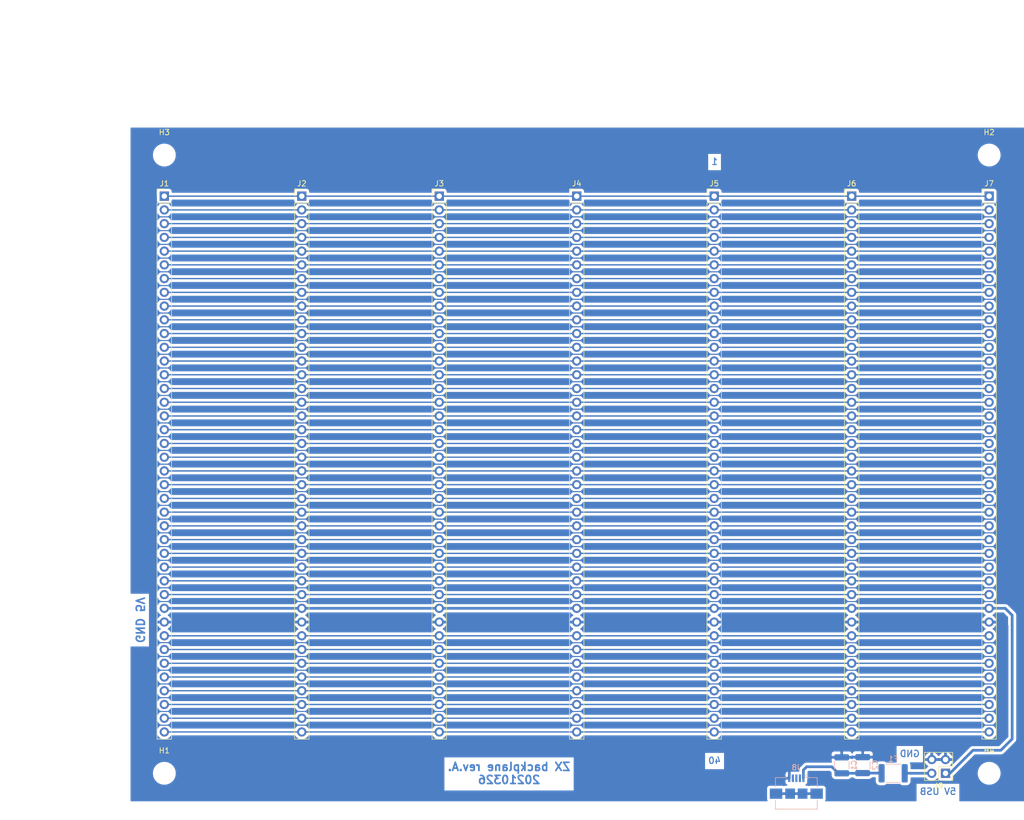
<source format=kicad_pcb>
(kicad_pcb (version 20171130) (host pcbnew "(5.1.7)-1")
  (layers (0 F.Cu signal) (31 B.Cu signal) (34 B.Paste user) (35 F.Paste user) (36 B.SilkS user) (37 F.SilkS user) (38 B.Mask user) (39 F.Mask user) (44 Edge.Cuts user))
  (net 0 "")
  (net 1 "Net-(J1-Pad1)")
  (net 2 "Net-(J1-Pad2)")
  (net 3 "Net-(J1-Pad3)")
  (net 4 "Net-(J1-Pad4)")
  (net 5 "Net-(J1-Pad5)")
  (net 6 "Net-(J1-Pad6)")
  (net 7 "Net-(J1-Pad7)")
  (net 8 "Net-(J1-Pad8)")
  (net 9 "Net-(J1-Pad9)")
  (net 10 "Net-(J1-Pad10)")
  (net 11 "Net-(J1-Pad11)")
  (net 12 "Net-(J1-Pad12)")
  (net 13 "Net-(J1-Pad13)")
  (net 14 "Net-(J1-Pad14)")
  (net 15 "Net-(J1-Pad15)")
  (net 16 "Net-(J1-Pad16)")
  (net 17 "Net-(J1-Pad17)")
  (net 18 "Net-(J1-Pad18)")
  (net 19 "Net-(J1-Pad19)")
  (net 20 "Net-(J1-Pad20)")
  (net 21 "Net-(J1-Pad21)")
  (net 22 "Net-(J1-Pad22)")
  (net 23 "Net-(J1-Pad23)")
  (net 24 "Net-(J1-Pad24)")
  (net 25 "Net-(J1-Pad25)")
  (net 26 "Net-(J1-Pad26)")
  (net 27 "Net-(J1-Pad27)")
  (net 28 "Net-(J1-Pad28)")
  (net 29 "Net-(J1-Pad29)")
  (net 30 "Net-(J1-Pad30)")
  (net 31 "Net-(J1-Pad33)")
  (net 32 "Net-(J1-Pad34)")
  (net 33 "Net-(J1-Pad35)")
  (net 34 "Net-(J1-Pad36)")
  (net 35 "Net-(J1-Pad37)")
  (net 36 "Net-(J1-Pad38)")
  (net 37 "Net-(J1-Pad39)")
  (net 38 "Net-(J1-Pad40)")
  (net 39 /5V)
  (net 40 /GND)
  (net 41 "Net-(J8-Pad6)")
  (net 42 /5V_USB)
  (net 43 "Net-(F1-Pad1)")
  (module Capacitor_SMD:C_1210_3225Metric (layer B.Cu) (at 179.832 155.9705 90)
    (fp_text reference C2 (at 0 2.3 90) (layer B.SilkS) (effects (justify mirror)))
    (fp_text value 10u)
    (pad 2 smd roundrect (at 1.475 0 90) (size 1.15 2.7) (layers B.Cu B.Paste B.Mask) (roundrect_rratio 0.217391) (net 40 /GND))
    (pad 1 smd roundrect (at -1.475 0 90) (size 1.15 2.7) (layers B.Cu B.Paste B.Mask) (roundrect_rratio 0.217391) (net 42 /5V_USB))
  )
  (module Capacitor_SMD:C_1210_3225Metric (layer B.Cu) (at 175.9585 156.005 90)
    (fp_text reference C1 (at 0 2.3 90) (layer B.SilkS) (effects (justify mirror)))
    (fp_text value 10u)
    (pad 1 smd roundrect (at -1.475 0 90) (size 1.15 2.7) (layers B.Cu B.Paste B.Mask) (roundrect_rratio 0.217391) (net 42 /5V_USB))
    (pad 2 smd roundrect (at 1.475 0 90) (size 1.15 2.7) (layers B.Cu B.Paste B.Mask) (roundrect_rratio 0.217391) (net 40 /GND))
  )
  (module Fuse:Fuse_1812_4532Metric (layer B.Cu) (at 185.462 157.48 180)
    (fp_text reference F1 (at 0 2.65) (layer B.SilkS) (effects (justify mirror)))
    (fp_text value Fuse)
    (pad 1 smd roundrect (at -2.1375 0 180) (size 1.125 3.4) (layers B.Cu B.Paste B.Mask) (roundrect_rratio 0.222222) (net 43 "Net-(F1-Pad1)"))
    (pad 2 smd roundrect (at 2.1375 0 180) (size 1.125 3.4) (layers B.Cu B.Paste B.Mask) (roundrect_rratio 0.222222) (net 42 /5V_USB))
  )
  (module Connector_PinHeader_2.54mm:PinHeader_1x40_P2.54mm_Vertical (layer F.Cu) (at 50.79492 50.778421)
    (fp_text reference J1 (at 0 -2.33) (layer F.SilkS))
    (fp_text value Conn)
    (pad 40 thru_hole oval (at 0 99.06) (size 1.7 1.7) (drill 1) (layers *.Cu *.Mask) (net 38 "Net-(J1-Pad40)"))
    (pad 39 thru_hole oval (at 0 96.52) (size 1.7 1.7) (drill 1) (layers *.Cu *.Mask) (net 37 "Net-(J1-Pad39)"))
    (pad 38 thru_hole oval (at 0 93.98) (size 1.7 1.7) (drill 1) (layers *.Cu *.Mask) (net 36 "Net-(J1-Pad38)"))
    (pad 37 thru_hole oval (at 0 91.44) (size 1.7 1.7) (drill 1) (layers *.Cu *.Mask) (net 35 "Net-(J1-Pad37)"))
    (pad 36 thru_hole oval (at 0 88.9) (size 1.7 1.7) (drill 1) (layers *.Cu *.Mask) (net 34 "Net-(J1-Pad36)"))
    (pad 35 thru_hole oval (at 0 86.36) (size 1.7 1.7) (drill 1) (layers *.Cu *.Mask) (net 33 "Net-(J1-Pad35)"))
    (pad 34 thru_hole oval (at 0 83.82) (size 1.7 1.7) (drill 1) (layers *.Cu *.Mask) (net 32 "Net-(J1-Pad34)"))
    (pad 33 thru_hole oval (at 0 81.28) (size 1.7 1.7) (drill 1) (layers *.Cu *.Mask) (net 31 "Net-(J1-Pad33)"))
    (pad 32 thru_hole oval (at 0 78.74) (size 1.7 1.7) (drill 1) (layers *.Cu *.Mask) (net 40 /GND))
    (pad 31 thru_hole oval (at 0 76.2) (size 1.7 1.7) (drill 1) (layers *.Cu *.Mask) (net 39 /5V))
    (pad 30 thru_hole oval (at 0 73.66) (size 1.7 1.7) (drill 1) (layers *.Cu *.Mask) (net 30 "Net-(J1-Pad30)"))
    (pad 29 thru_hole oval (at 0 71.12) (size 1.7 1.7) (drill 1) (layers *.Cu *.Mask) (net 29 "Net-(J1-Pad29)"))
    (pad 28 thru_hole oval (at 0 68.58) (size 1.7 1.7) (drill 1) (layers *.Cu *.Mask) (net 28 "Net-(J1-Pad28)"))
    (pad 27 thru_hole oval (at 0 66.04) (size 1.7 1.7) (drill 1) (layers *.Cu *.Mask) (net 27 "Net-(J1-Pad27)"))
    (pad 26 thru_hole oval (at 0 63.5) (size 1.7 1.7) (drill 1) (layers *.Cu *.Mask) (net 26 "Net-(J1-Pad26)"))
    (pad 25 thru_hole oval (at 0 60.96) (size 1.7 1.7) (drill 1) (layers *.Cu *.Mask) (net 25 "Net-(J1-Pad25)"))
    (pad 24 thru_hole oval (at 0 58.42) (size 1.7 1.7) (drill 1) (layers *.Cu *.Mask) (net 24 "Net-(J1-Pad24)"))
    (pad 23 thru_hole oval (at 0 55.88) (size 1.7 1.7) (drill 1) (layers *.Cu *.Mask) (net 23 "Net-(J1-Pad23)"))
    (pad 22 thru_hole oval (at 0 53.34) (size 1.7 1.7) (drill 1) (layers *.Cu *.Mask) (net 22 "Net-(J1-Pad22)"))
    (pad 21 thru_hole oval (at 0 50.8) (size 1.7 1.7) (drill 1) (layers *.Cu *.Mask) (net 21 "Net-(J1-Pad21)"))
    (pad 20 thru_hole oval (at 0 48.26) (size 1.7 1.7) (drill 1) (layers *.Cu *.Mask) (net 20 "Net-(J1-Pad20)"))
    (pad 19 thru_hole oval (at 0 45.72) (size 1.7 1.7) (drill 1) (layers *.Cu *.Mask) (net 19 "Net-(J1-Pad19)"))
    (pad 18 thru_hole oval (at 0 43.18) (size 1.7 1.7) (drill 1) (layers *.Cu *.Mask) (net 18 "Net-(J1-Pad18)"))
    (pad 17 thru_hole oval (at 0 40.64) (size 1.7 1.7) (drill 1) (layers *.Cu *.Mask) (net 17 "Net-(J1-Pad17)"))
    (pad 16 thru_hole oval (at 0 38.1) (size 1.7 1.7) (drill 1) (layers *.Cu *.Mask) (net 16 "Net-(J1-Pad16)"))
    (pad 15 thru_hole oval (at 0 35.56) (size 1.7 1.7) (drill 1) (layers *.Cu *.Mask) (net 15 "Net-(J1-Pad15)"))
    (pad 14 thru_hole oval (at 0 33.02) (size 1.7 1.7) (drill 1) (layers *.Cu *.Mask) (net 14 "Net-(J1-Pad14)"))
    (pad 13 thru_hole oval (at 0 30.48) (size 1.7 1.7) (drill 1) (layers *.Cu *.Mask) (net 13 "Net-(J1-Pad13)"))
    (pad 12 thru_hole oval (at 0 27.94) (size 1.7 1.7) (drill 1) (layers *.Cu *.Mask) (net 12 "Net-(J1-Pad12)"))
    (pad 11 thru_hole oval (at 0 25.4) (size 1.7 1.7) (drill 1) (layers *.Cu *.Mask) (net 11 "Net-(J1-Pad11)"))
    (pad 10 thru_hole oval (at 0 22.86) (size 1.7 1.7) (drill 1) (layers *.Cu *.Mask) (net 10 "Net-(J1-Pad10)"))
    (pad 9 thru_hole oval (at 0 20.32) (size 1.7 1.7) (drill 1) (layers *.Cu *.Mask) (net 9 "Net-(J1-Pad9)"))
    (pad 8 thru_hole oval (at 0 17.78) (size 1.7 1.7) (drill 1) (layers *.Cu *.Mask) (net 8 "Net-(J1-Pad8)"))
    (pad 7 thru_hole oval (at 0 15.24) (size 1.7 1.7) (drill 1) (layers *.Cu *.Mask) (net 7 "Net-(J1-Pad7)"))
    (pad 6 thru_hole oval (at 0 12.7) (size 1.7 1.7) (drill 1) (layers *.Cu *.Mask) (net 6 "Net-(J1-Pad6)"))
    (pad 5 thru_hole oval (at 0 10.16) (size 1.7 1.7) (drill 1) (layers *.Cu *.Mask) (net 5 "Net-(J1-Pad5)"))
    (pad 4 thru_hole oval (at 0 7.62) (size 1.7 1.7) (drill 1) (layers *.Cu *.Mask) (net 4 "Net-(J1-Pad4)"))
    (pad 3 thru_hole oval (at 0 5.08) (size 1.7 1.7) (drill 1) (layers *.Cu *.Mask) (net 3 "Net-(J1-Pad3)"))
    (pad 2 thru_hole oval (at 0 2.54) (size 1.7 1.7) (drill 1) (layers *.Cu *.Mask) (net 2 "Net-(J1-Pad2)"))
    (pad 1 thru_hole rect (at 0 0) (size 1.7 1.7) (drill 1) (layers *.Cu *.Mask) (net 1 "Net-(J1-Pad1)"))
  )
  (module Connector_PinHeader_2.54mm:PinHeader_1x40_P2.54mm_Vertical (layer F.Cu) (at 76.19492 50.778421)
    (fp_text reference J2 (at 0 -2.33) (layer F.SilkS))
    (fp_text value Conn)
    (pad 1 thru_hole rect (at 0 0) (size 1.7 1.7) (drill 1) (layers *.Cu *.Mask) (net 1 "Net-(J1-Pad1)"))
    (pad 2 thru_hole oval (at 0 2.54) (size 1.7 1.7) (drill 1) (layers *.Cu *.Mask) (net 2 "Net-(J1-Pad2)"))
    (pad 3 thru_hole oval (at 0 5.08) (size 1.7 1.7) (drill 1) (layers *.Cu *.Mask) (net 3 "Net-(J1-Pad3)"))
    (pad 4 thru_hole oval (at 0 7.62) (size 1.7 1.7) (drill 1) (layers *.Cu *.Mask) (net 4 "Net-(J1-Pad4)"))
    (pad 5 thru_hole oval (at 0 10.16) (size 1.7 1.7) (drill 1) (layers *.Cu *.Mask) (net 5 "Net-(J1-Pad5)"))
    (pad 6 thru_hole oval (at 0 12.7) (size 1.7 1.7) (drill 1) (layers *.Cu *.Mask) (net 6 "Net-(J1-Pad6)"))
    (pad 7 thru_hole oval (at 0 15.24) (size 1.7 1.7) (drill 1) (layers *.Cu *.Mask) (net 7 "Net-(J1-Pad7)"))
    (pad 8 thru_hole oval (at 0 17.78) (size 1.7 1.7) (drill 1) (layers *.Cu *.Mask) (net 8 "Net-(J1-Pad8)"))
    (pad 9 thru_hole oval (at 0 20.32) (size 1.7 1.7) (drill 1) (layers *.Cu *.Mask) (net 9 "Net-(J1-Pad9)"))
    (pad 10 thru_hole oval (at 0 22.86) (size 1.7 1.7) (drill 1) (layers *.Cu *.Mask) (net 10 "Net-(J1-Pad10)"))
    (pad 11 thru_hole oval (at 0 25.4) (size 1.7 1.7) (drill 1) (layers *.Cu *.Mask) (net 11 "Net-(J1-Pad11)"))
    (pad 12 thru_hole oval (at 0 27.94) (size 1.7 1.7) (drill 1) (layers *.Cu *.Mask) (net 12 "Net-(J1-Pad12)"))
    (pad 13 thru_hole oval (at 0 30.48) (size 1.7 1.7) (drill 1) (layers *.Cu *.Mask) (net 13 "Net-(J1-Pad13)"))
    (pad 14 thru_hole oval (at 0 33.02) (size 1.7 1.7) (drill 1) (layers *.Cu *.Mask) (net 14 "Net-(J1-Pad14)"))
    (pad 15 thru_hole oval (at 0 35.56) (size 1.7 1.7) (drill 1) (layers *.Cu *.Mask) (net 15 "Net-(J1-Pad15)"))
    (pad 16 thru_hole oval (at 0 38.1) (size 1.7 1.7) (drill 1) (layers *.Cu *.Mask) (net 16 "Net-(J1-Pad16)"))
    (pad 17 thru_hole oval (at 0 40.64) (size 1.7 1.7) (drill 1) (layers *.Cu *.Mask) (net 17 "Net-(J1-Pad17)"))
    (pad 18 thru_hole oval (at 0 43.18) (size 1.7 1.7) (drill 1) (layers *.Cu *.Mask) (net 18 "Net-(J1-Pad18)"))
    (pad 19 thru_hole oval (at 0 45.72) (size 1.7 1.7) (drill 1) (layers *.Cu *.Mask) (net 19 "Net-(J1-Pad19)"))
    (pad 20 thru_hole oval (at 0 48.26) (size 1.7 1.7) (drill 1) (layers *.Cu *.Mask) (net 20 "Net-(J1-Pad20)"))
    (pad 21 thru_hole oval (at 0 50.8) (size 1.7 1.7) (drill 1) (layers *.Cu *.Mask) (net 21 "Net-(J1-Pad21)"))
    (pad 22 thru_hole oval (at 0 53.34) (size 1.7 1.7) (drill 1) (layers *.Cu *.Mask) (net 22 "Net-(J1-Pad22)"))
    (pad 23 thru_hole oval (at 0 55.88) (size 1.7 1.7) (drill 1) (layers *.Cu *.Mask) (net 23 "Net-(J1-Pad23)"))
    (pad 24 thru_hole oval (at 0 58.42) (size 1.7 1.7) (drill 1) (layers *.Cu *.Mask) (net 24 "Net-(J1-Pad24)"))
    (pad 25 thru_hole oval (at 0 60.96) (size 1.7 1.7) (drill 1) (layers *.Cu *.Mask) (net 25 "Net-(J1-Pad25)"))
    (pad 26 thru_hole oval (at 0 63.5) (size 1.7 1.7) (drill 1) (layers *.Cu *.Mask) (net 26 "Net-(J1-Pad26)"))
    (pad 27 thru_hole oval (at 0 66.04) (size 1.7 1.7) (drill 1) (layers *.Cu *.Mask) (net 27 "Net-(J1-Pad27)"))
    (pad 28 thru_hole oval (at 0 68.58) (size 1.7 1.7) (drill 1) (layers *.Cu *.Mask) (net 28 "Net-(J1-Pad28)"))
    (pad 29 thru_hole oval (at 0 71.12) (size 1.7 1.7) (drill 1) (layers *.Cu *.Mask) (net 29 "Net-(J1-Pad29)"))
    (pad 30 thru_hole oval (at 0 73.66) (size 1.7 1.7) (drill 1) (layers *.Cu *.Mask) (net 30 "Net-(J1-Pad30)"))
    (pad 31 thru_hole oval (at 0 76.2) (size 1.7 1.7) (drill 1) (layers *.Cu *.Mask) (net 39 /5V))
    (pad 32 thru_hole oval (at 0 78.74) (size 1.7 1.7) (drill 1) (layers *.Cu *.Mask) (net 40 /GND))
    (pad 33 thru_hole oval (at 0 81.28) (size 1.7 1.7) (drill 1) (layers *.Cu *.Mask) (net 31 "Net-(J1-Pad33)"))
    (pad 34 thru_hole oval (at 0 83.82) (size 1.7 1.7) (drill 1) (layers *.Cu *.Mask) (net 32 "Net-(J1-Pad34)"))
    (pad 35 thru_hole oval (at 0 86.36) (size 1.7 1.7) (drill 1) (layers *.Cu *.Mask) (net 33 "Net-(J1-Pad35)"))
    (pad 36 thru_hole oval (at 0 88.9) (size 1.7 1.7) (drill 1) (layers *.Cu *.Mask) (net 34 "Net-(J1-Pad36)"))
    (pad 37 thru_hole oval (at 0 91.44) (size 1.7 1.7) (drill 1) (layers *.Cu *.Mask) (net 35 "Net-(J1-Pad37)"))
    (pad 38 thru_hole oval (at 0 93.98) (size 1.7 1.7) (drill 1) (layers *.Cu *.Mask) (net 36 "Net-(J1-Pad38)"))
    (pad 39 thru_hole oval (at 0 96.52) (size 1.7 1.7) (drill 1) (layers *.Cu *.Mask) (net 37 "Net-(J1-Pad39)"))
    (pad 40 thru_hole oval (at 0 99.06) (size 1.7 1.7) (drill 1) (layers *.Cu *.Mask) (net 38 "Net-(J1-Pad40)"))
  )
  (module Connector_PinHeader_2.54mm:PinHeader_1x40_P2.54mm_Vertical (layer F.Cu) (at 101.59492 50.778421)
    (fp_text reference J3 (at 0 -2.33) (layer F.SilkS))
    (fp_text value Conn)
    (pad 40 thru_hole oval (at 0 99.06) (size 1.7 1.7) (drill 1) (layers *.Cu *.Mask) (net 38 "Net-(J1-Pad40)"))
    (pad 39 thru_hole oval (at 0 96.52) (size 1.7 1.7) (drill 1) (layers *.Cu *.Mask) (net 37 "Net-(J1-Pad39)"))
    (pad 38 thru_hole oval (at 0 93.98) (size 1.7 1.7) (drill 1) (layers *.Cu *.Mask) (net 36 "Net-(J1-Pad38)"))
    (pad 37 thru_hole oval (at 0 91.44) (size 1.7 1.7) (drill 1) (layers *.Cu *.Mask) (net 35 "Net-(J1-Pad37)"))
    (pad 36 thru_hole oval (at 0 88.9) (size 1.7 1.7) (drill 1) (layers *.Cu *.Mask) (net 34 "Net-(J1-Pad36)"))
    (pad 35 thru_hole oval (at 0 86.36) (size 1.7 1.7) (drill 1) (layers *.Cu *.Mask) (net 33 "Net-(J1-Pad35)"))
    (pad 34 thru_hole oval (at 0 83.82) (size 1.7 1.7) (drill 1) (layers *.Cu *.Mask) (net 32 "Net-(J1-Pad34)"))
    (pad 33 thru_hole oval (at 0 81.28) (size 1.7 1.7) (drill 1) (layers *.Cu *.Mask) (net 31 "Net-(J1-Pad33)"))
    (pad 32 thru_hole oval (at 0 78.74) (size 1.7 1.7) (drill 1) (layers *.Cu *.Mask) (net 40 /GND))
    (pad 31 thru_hole oval (at 0 76.2) (size 1.7 1.7) (drill 1) (layers *.Cu *.Mask) (net 39 /5V))
    (pad 30 thru_hole oval (at 0 73.66) (size 1.7 1.7) (drill 1) (layers *.Cu *.Mask) (net 30 "Net-(J1-Pad30)"))
    (pad 29 thru_hole oval (at 0 71.12) (size 1.7 1.7) (drill 1) (layers *.Cu *.Mask) (net 29 "Net-(J1-Pad29)"))
    (pad 28 thru_hole oval (at 0 68.58) (size 1.7 1.7) (drill 1) (layers *.Cu *.Mask) (net 28 "Net-(J1-Pad28)"))
    (pad 27 thru_hole oval (at 0 66.04) (size 1.7 1.7) (drill 1) (layers *.Cu *.Mask) (net 27 "Net-(J1-Pad27)"))
    (pad 26 thru_hole oval (at 0 63.5) (size 1.7 1.7) (drill 1) (layers *.Cu *.Mask) (net 26 "Net-(J1-Pad26)"))
    (pad 25 thru_hole oval (at 0 60.96) (size 1.7 1.7) (drill 1) (layers *.Cu *.Mask) (net 25 "Net-(J1-Pad25)"))
    (pad 24 thru_hole oval (at 0 58.42) (size 1.7 1.7) (drill 1) (layers *.Cu *.Mask) (net 24 "Net-(J1-Pad24)"))
    (pad 23 thru_hole oval (at 0 55.88) (size 1.7 1.7) (drill 1) (layers *.Cu *.Mask) (net 23 "Net-(J1-Pad23)"))
    (pad 22 thru_hole oval (at 0 53.34) (size 1.7 1.7) (drill 1) (layers *.Cu *.Mask) (net 22 "Net-(J1-Pad22)"))
    (pad 21 thru_hole oval (at 0 50.8) (size 1.7 1.7) (drill 1) (layers *.Cu *.Mask) (net 21 "Net-(J1-Pad21)"))
    (pad 20 thru_hole oval (at 0 48.26) (size 1.7 1.7) (drill 1) (layers *.Cu *.Mask) (net 20 "Net-(J1-Pad20)"))
    (pad 19 thru_hole oval (at 0 45.72) (size 1.7 1.7) (drill 1) (layers *.Cu *.Mask) (net 19 "Net-(J1-Pad19)"))
    (pad 18 thru_hole oval (at 0 43.18) (size 1.7 1.7) (drill 1) (layers *.Cu *.Mask) (net 18 "Net-(J1-Pad18)"))
    (pad 17 thru_hole oval (at 0 40.64) (size 1.7 1.7) (drill 1) (layers *.Cu *.Mask) (net 17 "Net-(J1-Pad17)"))
    (pad 16 thru_hole oval (at 0 38.1) (size 1.7 1.7) (drill 1) (layers *.Cu *.Mask) (net 16 "Net-(J1-Pad16)"))
    (pad 15 thru_hole oval (at 0 35.56) (size 1.7 1.7) (drill 1) (layers *.Cu *.Mask) (net 15 "Net-(J1-Pad15)"))
    (pad 14 thru_hole oval (at 0 33.02) (size 1.7 1.7) (drill 1) (layers *.Cu *.Mask) (net 14 "Net-(J1-Pad14)"))
    (pad 13 thru_hole oval (at 0 30.48) (size 1.7 1.7) (drill 1) (layers *.Cu *.Mask) (net 13 "Net-(J1-Pad13)"))
    (pad 12 thru_hole oval (at 0 27.94) (size 1.7 1.7) (drill 1) (layers *.Cu *.Mask) (net 12 "Net-(J1-Pad12)"))
    (pad 11 thru_hole oval (at 0 25.4) (size 1.7 1.7) (drill 1) (layers *.Cu *.Mask) (net 11 "Net-(J1-Pad11)"))
    (pad 10 thru_hole oval (at 0 22.86) (size 1.7 1.7) (drill 1) (layers *.Cu *.Mask) (net 10 "Net-(J1-Pad10)"))
    (pad 9 thru_hole oval (at 0 20.32) (size 1.7 1.7) (drill 1) (layers *.Cu *.Mask) (net 9 "Net-(J1-Pad9)"))
    (pad 8 thru_hole oval (at 0 17.78) (size 1.7 1.7) (drill 1) (layers *.Cu *.Mask) (net 8 "Net-(J1-Pad8)"))
    (pad 7 thru_hole oval (at 0 15.24) (size 1.7 1.7) (drill 1) (layers *.Cu *.Mask) (net 7 "Net-(J1-Pad7)"))
    (pad 6 thru_hole oval (at 0 12.7) (size 1.7 1.7) (drill 1) (layers *.Cu *.Mask) (net 6 "Net-(J1-Pad6)"))
    (pad 5 thru_hole oval (at 0 10.16) (size 1.7 1.7) (drill 1) (layers *.Cu *.Mask) (net 5 "Net-(J1-Pad5)"))
    (pad 4 thru_hole oval (at 0 7.62) (size 1.7 1.7) (drill 1) (layers *.Cu *.Mask) (net 4 "Net-(J1-Pad4)"))
    (pad 3 thru_hole oval (at 0 5.08) (size 1.7 1.7) (drill 1) (layers *.Cu *.Mask) (net 3 "Net-(J1-Pad3)"))
    (pad 2 thru_hole oval (at 0 2.54) (size 1.7 1.7) (drill 1) (layers *.Cu *.Mask) (net 2 "Net-(J1-Pad2)"))
    (pad 1 thru_hole rect (at 0 0) (size 1.7 1.7) (drill 1) (layers *.Cu *.Mask) (net 1 "Net-(J1-Pad1)"))
  )
  (module Connector_PinHeader_2.54mm:PinHeader_1x40_P2.54mm_Vertical (layer F.Cu) (at 126.99492 50.778421)
    (fp_text reference J4 (at 0 -2.33) (layer F.SilkS))
    (fp_text value Conn)
    (pad 1 thru_hole rect (at 0 0) (size 1.7 1.7) (drill 1) (layers *.Cu *.Mask) (net 1 "Net-(J1-Pad1)"))
    (pad 2 thru_hole oval (at 0 2.54) (size 1.7 1.7) (drill 1) (layers *.Cu *.Mask) (net 2 "Net-(J1-Pad2)"))
    (pad 3 thru_hole oval (at 0 5.08) (size 1.7 1.7) (drill 1) (layers *.Cu *.Mask) (net 3 "Net-(J1-Pad3)"))
    (pad 4 thru_hole oval (at 0 7.62) (size 1.7 1.7) (drill 1) (layers *.Cu *.Mask) (net 4 "Net-(J1-Pad4)"))
    (pad 5 thru_hole oval (at 0 10.16) (size 1.7 1.7) (drill 1) (layers *.Cu *.Mask) (net 5 "Net-(J1-Pad5)"))
    (pad 6 thru_hole oval (at 0 12.7) (size 1.7 1.7) (drill 1) (layers *.Cu *.Mask) (net 6 "Net-(J1-Pad6)"))
    (pad 7 thru_hole oval (at 0 15.24) (size 1.7 1.7) (drill 1) (layers *.Cu *.Mask) (net 7 "Net-(J1-Pad7)"))
    (pad 8 thru_hole oval (at 0 17.78) (size 1.7 1.7) (drill 1) (layers *.Cu *.Mask) (net 8 "Net-(J1-Pad8)"))
    (pad 9 thru_hole oval (at 0 20.32) (size 1.7 1.7) (drill 1) (layers *.Cu *.Mask) (net 9 "Net-(J1-Pad9)"))
    (pad 10 thru_hole oval (at 0 22.86) (size 1.7 1.7) (drill 1) (layers *.Cu *.Mask) (net 10 "Net-(J1-Pad10)"))
    (pad 11 thru_hole oval (at 0 25.4) (size 1.7 1.7) (drill 1) (layers *.Cu *.Mask) (net 11 "Net-(J1-Pad11)"))
    (pad 12 thru_hole oval (at 0 27.94) (size 1.7 1.7) (drill 1) (layers *.Cu *.Mask) (net 12 "Net-(J1-Pad12)"))
    (pad 13 thru_hole oval (at 0 30.48) (size 1.7 1.7) (drill 1) (layers *.Cu *.Mask) (net 13 "Net-(J1-Pad13)"))
    (pad 14 thru_hole oval (at 0 33.02) (size 1.7 1.7) (drill 1) (layers *.Cu *.Mask) (net 14 "Net-(J1-Pad14)"))
    (pad 15 thru_hole oval (at 0 35.56) (size 1.7 1.7) (drill 1) (layers *.Cu *.Mask) (net 15 "Net-(J1-Pad15)"))
    (pad 16 thru_hole oval (at 0 38.1) (size 1.7 1.7) (drill 1) (layers *.Cu *.Mask) (net 16 "Net-(J1-Pad16)"))
    (pad 17 thru_hole oval (at 0 40.64) (size 1.7 1.7) (drill 1) (layers *.Cu *.Mask) (net 17 "Net-(J1-Pad17)"))
    (pad 18 thru_hole oval (at 0 43.18) (size 1.7 1.7) (drill 1) (layers *.Cu *.Mask) (net 18 "Net-(J1-Pad18)"))
    (pad 19 thru_hole oval (at 0 45.72) (size 1.7 1.7) (drill 1) (layers *.Cu *.Mask) (net 19 "Net-(J1-Pad19)"))
    (pad 20 thru_hole oval (at 0 48.26) (size 1.7 1.7) (drill 1) (layers *.Cu *.Mask) (net 20 "Net-(J1-Pad20)"))
    (pad 21 thru_hole oval (at 0 50.8) (size 1.7 1.7) (drill 1) (layers *.Cu *.Mask) (net 21 "Net-(J1-Pad21)"))
    (pad 22 thru_hole oval (at 0 53.34) (size 1.7 1.7) (drill 1) (layers *.Cu *.Mask) (net 22 "Net-(J1-Pad22)"))
    (pad 23 thru_hole oval (at 0 55.88) (size 1.7 1.7) (drill 1) (layers *.Cu *.Mask) (net 23 "Net-(J1-Pad23)"))
    (pad 24 thru_hole oval (at 0 58.42) (size 1.7 1.7) (drill 1) (layers *.Cu *.Mask) (net 24 "Net-(J1-Pad24)"))
    (pad 25 thru_hole oval (at 0 60.96) (size 1.7 1.7) (drill 1) (layers *.Cu *.Mask) (net 25 "Net-(J1-Pad25)"))
    (pad 26 thru_hole oval (at 0 63.5) (size 1.7 1.7) (drill 1) (layers *.Cu *.Mask) (net 26 "Net-(J1-Pad26)"))
    (pad 27 thru_hole oval (at 0 66.04) (size 1.7 1.7) (drill 1) (layers *.Cu *.Mask) (net 27 "Net-(J1-Pad27)"))
    (pad 28 thru_hole oval (at 0 68.58) (size 1.7 1.7) (drill 1) (layers *.Cu *.Mask) (net 28 "Net-(J1-Pad28)"))
    (pad 29 thru_hole oval (at 0 71.12) (size 1.7 1.7) (drill 1) (layers *.Cu *.Mask) (net 29 "Net-(J1-Pad29)"))
    (pad 30 thru_hole oval (at 0 73.66) (size 1.7 1.7) (drill 1) (layers *.Cu *.Mask) (net 30 "Net-(J1-Pad30)"))
    (pad 31 thru_hole oval (at 0 76.2) (size 1.7 1.7) (drill 1) (layers *.Cu *.Mask) (net 39 /5V))
    (pad 32 thru_hole oval (at 0 78.74) (size 1.7 1.7) (drill 1) (layers *.Cu *.Mask) (net 40 /GND))
    (pad 33 thru_hole oval (at 0 81.28) (size 1.7 1.7) (drill 1) (layers *.Cu *.Mask) (net 31 "Net-(J1-Pad33)"))
    (pad 34 thru_hole oval (at 0 83.82) (size 1.7 1.7) (drill 1) (layers *.Cu *.Mask) (net 32 "Net-(J1-Pad34)"))
    (pad 35 thru_hole oval (at 0 86.36) (size 1.7 1.7) (drill 1) (layers *.Cu *.Mask) (net 33 "Net-(J1-Pad35)"))
    (pad 36 thru_hole oval (at 0 88.9) (size 1.7 1.7) (drill 1) (layers *.Cu *.Mask) (net 34 "Net-(J1-Pad36)"))
    (pad 37 thru_hole oval (at 0 91.44) (size 1.7 1.7) (drill 1) (layers *.Cu *.Mask) (net 35 "Net-(J1-Pad37)"))
    (pad 38 thru_hole oval (at 0 93.98) (size 1.7 1.7) (drill 1) (layers *.Cu *.Mask) (net 36 "Net-(J1-Pad38)"))
    (pad 39 thru_hole oval (at 0 96.52) (size 1.7 1.7) (drill 1) (layers *.Cu *.Mask) (net 37 "Net-(J1-Pad39)"))
    (pad 40 thru_hole oval (at 0 99.06) (size 1.7 1.7) (drill 1) (layers *.Cu *.Mask) (net 38 "Net-(J1-Pad40)"))
  )
  (module Connector_PinHeader_2.54mm:PinHeader_1x40_P2.54mm_Vertical (layer F.Cu) (at 152.39492 50.778421)
    (fp_text reference J5 (at 0 -2.33) (layer F.SilkS))
    (fp_text value Conn)
    (pad 1 thru_hole rect (at 0 0) (size 1.7 1.7) (drill 1) (layers *.Cu *.Mask) (net 1 "Net-(J1-Pad1)"))
    (pad 2 thru_hole oval (at 0 2.54) (size 1.7 1.7) (drill 1) (layers *.Cu *.Mask) (net 2 "Net-(J1-Pad2)"))
    (pad 3 thru_hole oval (at 0 5.08) (size 1.7 1.7) (drill 1) (layers *.Cu *.Mask) (net 3 "Net-(J1-Pad3)"))
    (pad 4 thru_hole oval (at 0 7.62) (size 1.7 1.7) (drill 1) (layers *.Cu *.Mask) (net 4 "Net-(J1-Pad4)"))
    (pad 5 thru_hole oval (at 0 10.16) (size 1.7 1.7) (drill 1) (layers *.Cu *.Mask) (net 5 "Net-(J1-Pad5)"))
    (pad 6 thru_hole oval (at 0 12.7) (size 1.7 1.7) (drill 1) (layers *.Cu *.Mask) (net 6 "Net-(J1-Pad6)"))
    (pad 7 thru_hole oval (at 0 15.24) (size 1.7 1.7) (drill 1) (layers *.Cu *.Mask) (net 7 "Net-(J1-Pad7)"))
    (pad 8 thru_hole oval (at 0 17.78) (size 1.7 1.7) (drill 1) (layers *.Cu *.Mask) (net 8 "Net-(J1-Pad8)"))
    (pad 9 thru_hole oval (at 0 20.32) (size 1.7 1.7) (drill 1) (layers *.Cu *.Mask) (net 9 "Net-(J1-Pad9)"))
    (pad 10 thru_hole oval (at 0 22.86) (size 1.7 1.7) (drill 1) (layers *.Cu *.Mask) (net 10 "Net-(J1-Pad10)"))
    (pad 11 thru_hole oval (at 0 25.4) (size 1.7 1.7) (drill 1) (layers *.Cu *.Mask) (net 11 "Net-(J1-Pad11)"))
    (pad 12 thru_hole oval (at 0 27.94) (size 1.7 1.7) (drill 1) (layers *.Cu *.Mask) (net 12 "Net-(J1-Pad12)"))
    (pad 13 thru_hole oval (at 0 30.48) (size 1.7 1.7) (drill 1) (layers *.Cu *.Mask) (net 13 "Net-(J1-Pad13)"))
    (pad 14 thru_hole oval (at 0 33.02) (size 1.7 1.7) (drill 1) (layers *.Cu *.Mask) (net 14 "Net-(J1-Pad14)"))
    (pad 15 thru_hole oval (at 0 35.56) (size 1.7 1.7) (drill 1) (layers *.Cu *.Mask) (net 15 "Net-(J1-Pad15)"))
    (pad 16 thru_hole oval (at 0 38.1) (size 1.7 1.7) (drill 1) (layers *.Cu *.Mask) (net 16 "Net-(J1-Pad16)"))
    (pad 17 thru_hole oval (at 0 40.64) (size 1.7 1.7) (drill 1) (layers *.Cu *.Mask) (net 17 "Net-(J1-Pad17)"))
    (pad 18 thru_hole oval (at 0 43.18) (size 1.7 1.7) (drill 1) (layers *.Cu *.Mask) (net 18 "Net-(J1-Pad18)"))
    (pad 19 thru_hole oval (at 0 45.72) (size 1.7 1.7) (drill 1) (layers *.Cu *.Mask) (net 19 "Net-(J1-Pad19)"))
    (pad 20 thru_hole oval (at 0 48.26) (size 1.7 1.7) (drill 1) (layers *.Cu *.Mask) (net 20 "Net-(J1-Pad20)"))
    (pad 21 thru_hole oval (at 0 50.8) (size 1.7 1.7) (drill 1) (layers *.Cu *.Mask) (net 21 "Net-(J1-Pad21)"))
    (pad 22 thru_hole oval (at 0 53.34) (size 1.7 1.7) (drill 1) (layers *.Cu *.Mask) (net 22 "Net-(J1-Pad22)"))
    (pad 23 thru_hole oval (at 0 55.88) (size 1.7 1.7) (drill 1) (layers *.Cu *.Mask) (net 23 "Net-(J1-Pad23)"))
    (pad 24 thru_hole oval (at 0 58.42) (size 1.7 1.7) (drill 1) (layers *.Cu *.Mask) (net 24 "Net-(J1-Pad24)"))
    (pad 25 thru_hole oval (at 0 60.96) (size 1.7 1.7) (drill 1) (layers *.Cu *.Mask) (net 25 "Net-(J1-Pad25)"))
    (pad 26 thru_hole oval (at 0 63.5) (size 1.7 1.7) (drill 1) (layers *.Cu *.Mask) (net 26 "Net-(J1-Pad26)"))
    (pad 27 thru_hole oval (at 0 66.04) (size 1.7 1.7) (drill 1) (layers *.Cu *.Mask) (net 27 "Net-(J1-Pad27)"))
    (pad 28 thru_hole oval (at 0 68.58) (size 1.7 1.7) (drill 1) (layers *.Cu *.Mask) (net 28 "Net-(J1-Pad28)"))
    (pad 29 thru_hole oval (at 0 71.12) (size 1.7 1.7) (drill 1) (layers *.Cu *.Mask) (net 29 "Net-(J1-Pad29)"))
    (pad 30 thru_hole oval (at 0 73.66) (size 1.7 1.7) (drill 1) (layers *.Cu *.Mask) (net 30 "Net-(J1-Pad30)"))
    (pad 31 thru_hole oval (at 0 76.2) (size 1.7 1.7) (drill 1) (layers *.Cu *.Mask) (net 39 /5V))
    (pad 32 thru_hole oval (at 0 78.74) (size 1.7 1.7) (drill 1) (layers *.Cu *.Mask) (net 40 /GND))
    (pad 33 thru_hole oval (at 0 81.28) (size 1.7 1.7) (drill 1) (layers *.Cu *.Mask) (net 31 "Net-(J1-Pad33)"))
    (pad 34 thru_hole oval (at 0 83.82) (size 1.7 1.7) (drill 1) (layers *.Cu *.Mask) (net 32 "Net-(J1-Pad34)"))
    (pad 35 thru_hole oval (at 0 86.36) (size 1.7 1.7) (drill 1) (layers *.Cu *.Mask) (net 33 "Net-(J1-Pad35)"))
    (pad 36 thru_hole oval (at 0 88.9) (size 1.7 1.7) (drill 1) (layers *.Cu *.Mask) (net 34 "Net-(J1-Pad36)"))
    (pad 37 thru_hole oval (at 0 91.44) (size 1.7 1.7) (drill 1) (layers *.Cu *.Mask) (net 35 "Net-(J1-Pad37)"))
    (pad 38 thru_hole oval (at 0 93.98) (size 1.7 1.7) (drill 1) (layers *.Cu *.Mask) (net 36 "Net-(J1-Pad38)"))
    (pad 39 thru_hole oval (at 0 96.52) (size 1.7 1.7) (drill 1) (layers *.Cu *.Mask) (net 37 "Net-(J1-Pad39)"))
    (pad 40 thru_hole oval (at 0 99.06) (size 1.7 1.7) (drill 1) (layers *.Cu *.Mask) (net 38 "Net-(J1-Pad40)"))
  )
  (module Connector_PinHeader_2.54mm:PinHeader_1x40_P2.54mm_Vertical (layer F.Cu) (at 177.79492 50.778421)
    (fp_text reference J6 (at 0 -2.33) (layer F.SilkS))
    (fp_text value Conn)
    (pad 40 thru_hole oval (at 0 99.06) (size 1.7 1.7) (drill 1) (layers *.Cu *.Mask) (net 38 "Net-(J1-Pad40)"))
    (pad 39 thru_hole oval (at 0 96.52) (size 1.7 1.7) (drill 1) (layers *.Cu *.Mask) (net 37 "Net-(J1-Pad39)"))
    (pad 38 thru_hole oval (at 0 93.98) (size 1.7 1.7) (drill 1) (layers *.Cu *.Mask) (net 36 "Net-(J1-Pad38)"))
    (pad 37 thru_hole oval (at 0 91.44) (size 1.7 1.7) (drill 1) (layers *.Cu *.Mask) (net 35 "Net-(J1-Pad37)"))
    (pad 36 thru_hole oval (at 0 88.9) (size 1.7 1.7) (drill 1) (layers *.Cu *.Mask) (net 34 "Net-(J1-Pad36)"))
    (pad 35 thru_hole oval (at 0 86.36) (size 1.7 1.7) (drill 1) (layers *.Cu *.Mask) (net 33 "Net-(J1-Pad35)"))
    (pad 34 thru_hole oval (at 0 83.82) (size 1.7 1.7) (drill 1) (layers *.Cu *.Mask) (net 32 "Net-(J1-Pad34)"))
    (pad 33 thru_hole oval (at 0 81.28) (size 1.7 1.7) (drill 1) (layers *.Cu *.Mask) (net 31 "Net-(J1-Pad33)"))
    (pad 32 thru_hole oval (at 0 78.74) (size 1.7 1.7) (drill 1) (layers *.Cu *.Mask) (net 40 /GND))
    (pad 31 thru_hole oval (at 0 76.2) (size 1.7 1.7) (drill 1) (layers *.Cu *.Mask) (net 39 /5V))
    (pad 30 thru_hole oval (at 0 73.66) (size 1.7 1.7) (drill 1) (layers *.Cu *.Mask) (net 30 "Net-(J1-Pad30)"))
    (pad 29 thru_hole oval (at 0 71.12) (size 1.7 1.7) (drill 1) (layers *.Cu *.Mask) (net 29 "Net-(J1-Pad29)"))
    (pad 28 thru_hole oval (at 0 68.58) (size 1.7 1.7) (drill 1) (layers *.Cu *.Mask) (net 28 "Net-(J1-Pad28)"))
    (pad 27 thru_hole oval (at 0 66.04) (size 1.7 1.7) (drill 1) (layers *.Cu *.Mask) (net 27 "Net-(J1-Pad27)"))
    (pad 26 thru_hole oval (at 0 63.5) (size 1.7 1.7) (drill 1) (layers *.Cu *.Mask) (net 26 "Net-(J1-Pad26)"))
    (pad 25 thru_hole oval (at 0 60.96) (size 1.7 1.7) (drill 1) (layers *.Cu *.Mask) (net 25 "Net-(J1-Pad25)"))
    (pad 24 thru_hole oval (at 0 58.42) (size 1.7 1.7) (drill 1) (layers *.Cu *.Mask) (net 24 "Net-(J1-Pad24)"))
    (pad 23 thru_hole oval (at 0 55.88) (size 1.7 1.7) (drill 1) (layers *.Cu *.Mask) (net 23 "Net-(J1-Pad23)"))
    (pad 22 thru_hole oval (at 0 53.34) (size 1.7 1.7) (drill 1) (layers *.Cu *.Mask) (net 22 "Net-(J1-Pad22)"))
    (pad 21 thru_hole oval (at 0 50.8) (size 1.7 1.7) (drill 1) (layers *.Cu *.Mask) (net 21 "Net-(J1-Pad21)"))
    (pad 20 thru_hole oval (at 0 48.26) (size 1.7 1.7) (drill 1) (layers *.Cu *.Mask) (net 20 "Net-(J1-Pad20)"))
    (pad 19 thru_hole oval (at 0 45.72) (size 1.7 1.7) (drill 1) (layers *.Cu *.Mask) (net 19 "Net-(J1-Pad19)"))
    (pad 18 thru_hole oval (at 0 43.18) (size 1.7 1.7) (drill 1) (layers *.Cu *.Mask) (net 18 "Net-(J1-Pad18)"))
    (pad 17 thru_hole oval (at 0 40.64) (size 1.7 1.7) (drill 1) (layers *.Cu *.Mask) (net 17 "Net-(J1-Pad17)"))
    (pad 16 thru_hole oval (at 0 38.1) (size 1.7 1.7) (drill 1) (layers *.Cu *.Mask) (net 16 "Net-(J1-Pad16)"))
    (pad 15 thru_hole oval (at 0 35.56) (size 1.7 1.7) (drill 1) (layers *.Cu *.Mask) (net 15 "Net-(J1-Pad15)"))
    (pad 14 thru_hole oval (at 0 33.02) (size 1.7 1.7) (drill 1) (layers *.Cu *.Mask) (net 14 "Net-(J1-Pad14)"))
    (pad 13 thru_hole oval (at 0 30.48) (size 1.7 1.7) (drill 1) (layers *.Cu *.Mask) (net 13 "Net-(J1-Pad13)"))
    (pad 12 thru_hole oval (at 0 27.94) (size 1.7 1.7) (drill 1) (layers *.Cu *.Mask) (net 12 "Net-(J1-Pad12)"))
    (pad 11 thru_hole oval (at 0 25.4) (size 1.7 1.7) (drill 1) (layers *.Cu *.Mask) (net 11 "Net-(J1-Pad11)"))
    (pad 10 thru_hole oval (at 0 22.86) (size 1.7 1.7) (drill 1) (layers *.Cu *.Mask) (net 10 "Net-(J1-Pad10)"))
    (pad 9 thru_hole oval (at 0 20.32) (size 1.7 1.7) (drill 1) (layers *.Cu *.Mask) (net 9 "Net-(J1-Pad9)"))
    (pad 8 thru_hole oval (at 0 17.78) (size 1.7 1.7) (drill 1) (layers *.Cu *.Mask) (net 8 "Net-(J1-Pad8)"))
    (pad 7 thru_hole oval (at 0 15.24) (size 1.7 1.7) (drill 1) (layers *.Cu *.Mask) (net 7 "Net-(J1-Pad7)"))
    (pad 6 thru_hole oval (at 0 12.7) (size 1.7 1.7) (drill 1) (layers *.Cu *.Mask) (net 6 "Net-(J1-Pad6)"))
    (pad 5 thru_hole oval (at 0 10.16) (size 1.7 1.7) (drill 1) (layers *.Cu *.Mask) (net 5 "Net-(J1-Pad5)"))
    (pad 4 thru_hole oval (at 0 7.62) (size 1.7 1.7) (drill 1) (layers *.Cu *.Mask) (net 4 "Net-(J1-Pad4)"))
    (pad 3 thru_hole oval (at 0 5.08) (size 1.7 1.7) (drill 1) (layers *.Cu *.Mask) (net 3 "Net-(J1-Pad3)"))
    (pad 2 thru_hole oval (at 0 2.54) (size 1.7 1.7) (drill 1) (layers *.Cu *.Mask) (net 2 "Net-(J1-Pad2)"))
    (pad 1 thru_hole rect (at 0 0) (size 1.7 1.7) (drill 1) (layers *.Cu *.Mask) (net 1 "Net-(J1-Pad1)"))
  )
  (module Connector_PinHeader_2.54mm:PinHeader_1x40_P2.54mm_Vertical (layer F.Cu) (at 203.19492 50.778421)
    (fp_text reference J7 (at 0 -2.33) (layer F.SilkS))
    (fp_text value Conn)
    (pad 40 thru_hole oval (at 0 99.06) (size 1.7 1.7) (drill 1) (layers *.Cu *.Mask) (net 38 "Net-(J1-Pad40)"))
    (pad 39 thru_hole oval (at 0 96.52) (size 1.7 1.7) (drill 1) (layers *.Cu *.Mask) (net 37 "Net-(J1-Pad39)"))
    (pad 38 thru_hole oval (at 0 93.98) (size 1.7 1.7) (drill 1) (layers *.Cu *.Mask) (net 36 "Net-(J1-Pad38)"))
    (pad 37 thru_hole oval (at 0 91.44) (size 1.7 1.7) (drill 1) (layers *.Cu *.Mask) (net 35 "Net-(J1-Pad37)"))
    (pad 36 thru_hole oval (at 0 88.9) (size 1.7 1.7) (drill 1) (layers *.Cu *.Mask) (net 34 "Net-(J1-Pad36)"))
    (pad 35 thru_hole oval (at 0 86.36) (size 1.7 1.7) (drill 1) (layers *.Cu *.Mask) (net 33 "Net-(J1-Pad35)"))
    (pad 34 thru_hole oval (at 0 83.82) (size 1.7 1.7) (drill 1) (layers *.Cu *.Mask) (net 32 "Net-(J1-Pad34)"))
    (pad 33 thru_hole oval (at 0 81.28) (size 1.7 1.7) (drill 1) (layers *.Cu *.Mask) (net 31 "Net-(J1-Pad33)"))
    (pad 32 thru_hole oval (at 0 78.74) (size 1.7 1.7) (drill 1) (layers *.Cu *.Mask) (net 40 /GND))
    (pad 31 thru_hole oval (at 0 76.2) (size 1.7 1.7) (drill 1) (layers *.Cu *.Mask) (net 39 /5V))
    (pad 30 thru_hole oval (at 0 73.66) (size 1.7 1.7) (drill 1) (layers *.Cu *.Mask) (net 30 "Net-(J1-Pad30)"))
    (pad 29 thru_hole oval (at 0 71.12) (size 1.7 1.7) (drill 1) (layers *.Cu *.Mask) (net 29 "Net-(J1-Pad29)"))
    (pad 28 thru_hole oval (at 0 68.58) (size 1.7 1.7) (drill 1) (layers *.Cu *.Mask) (net 28 "Net-(J1-Pad28)"))
    (pad 27 thru_hole oval (at 0 66.04) (size 1.7 1.7) (drill 1) (layers *.Cu *.Mask) (net 27 "Net-(J1-Pad27)"))
    (pad 26 thru_hole oval (at 0 63.5) (size 1.7 1.7) (drill 1) (layers *.Cu *.Mask) (net 26 "Net-(J1-Pad26)"))
    (pad 25 thru_hole oval (at 0 60.96) (size 1.7 1.7) (drill 1) (layers *.Cu *.Mask) (net 25 "Net-(J1-Pad25)"))
    (pad 24 thru_hole oval (at 0 58.42) (size 1.7 1.7) (drill 1) (layers *.Cu *.Mask) (net 24 "Net-(J1-Pad24)"))
    (pad 23 thru_hole oval (at 0 55.88) (size 1.7 1.7) (drill 1) (layers *.Cu *.Mask) (net 23 "Net-(J1-Pad23)"))
    (pad 22 thru_hole oval (at 0 53.34) (size 1.7 1.7) (drill 1) (layers *.Cu *.Mask) (net 22 "Net-(J1-Pad22)"))
    (pad 21 thru_hole oval (at 0 50.8) (size 1.7 1.7) (drill 1) (layers *.Cu *.Mask) (net 21 "Net-(J1-Pad21)"))
    (pad 20 thru_hole oval (at 0 48.26) (size 1.7 1.7) (drill 1) (layers *.Cu *.Mask) (net 20 "Net-(J1-Pad20)"))
    (pad 19 thru_hole oval (at 0 45.72) (size 1.7 1.7) (drill 1) (layers *.Cu *.Mask) (net 19 "Net-(J1-Pad19)"))
    (pad 18 thru_hole oval (at 0 43.18) (size 1.7 1.7) (drill 1) (layers *.Cu *.Mask) (net 18 "Net-(J1-Pad18)"))
    (pad 17 thru_hole oval (at 0 40.64) (size 1.7 1.7) (drill 1) (layers *.Cu *.Mask) (net 17 "Net-(J1-Pad17)"))
    (pad 16 thru_hole oval (at 0 38.1) (size 1.7 1.7) (drill 1) (layers *.Cu *.Mask) (net 16 "Net-(J1-Pad16)"))
    (pad 15 thru_hole oval (at 0 35.56) (size 1.7 1.7) (drill 1) (layers *.Cu *.Mask) (net 15 "Net-(J1-Pad15)"))
    (pad 14 thru_hole oval (at 0 33.02) (size 1.7 1.7) (drill 1) (layers *.Cu *.Mask) (net 14 "Net-(J1-Pad14)"))
    (pad 13 thru_hole oval (at 0 30.48) (size 1.7 1.7) (drill 1) (layers *.Cu *.Mask) (net 13 "Net-(J1-Pad13)"))
    (pad 12 thru_hole oval (at 0 27.94) (size 1.7 1.7) (drill 1) (layers *.Cu *.Mask) (net 12 "Net-(J1-Pad12)"))
    (pad 11 thru_hole oval (at 0 25.4) (size 1.7 1.7) (drill 1) (layers *.Cu *.Mask) (net 11 "Net-(J1-Pad11)"))
    (pad 10 thru_hole oval (at 0 22.86) (size 1.7 1.7) (drill 1) (layers *.Cu *.Mask) (net 10 "Net-(J1-Pad10)"))
    (pad 9 thru_hole oval (at 0 20.32) (size 1.7 1.7) (drill 1) (layers *.Cu *.Mask) (net 9 "Net-(J1-Pad9)"))
    (pad 8 thru_hole oval (at 0 17.78) (size 1.7 1.7) (drill 1) (layers *.Cu *.Mask) (net 8 "Net-(J1-Pad8)"))
    (pad 7 thru_hole oval (at 0 15.24) (size 1.7 1.7) (drill 1) (layers *.Cu *.Mask) (net 7 "Net-(J1-Pad7)"))
    (pad 6 thru_hole oval (at 0 12.7) (size 1.7 1.7) (drill 1) (layers *.Cu *.Mask) (net 6 "Net-(J1-Pad6)"))
    (pad 5 thru_hole oval (at 0 10.16) (size 1.7 1.7) (drill 1) (layers *.Cu *.Mask) (net 5 "Net-(J1-Pad5)"))
    (pad 4 thru_hole oval (at 0 7.62) (size 1.7 1.7) (drill 1) (layers *.Cu *.Mask) (net 4 "Net-(J1-Pad4)"))
    (pad 3 thru_hole oval (at 0 5.08) (size 1.7 1.7) (drill 1) (layers *.Cu *.Mask) (net 3 "Net-(J1-Pad3)"))
    (pad 2 thru_hole oval (at 0 2.54) (size 1.7 1.7) (drill 1) (layers *.Cu *.Mask) (net 2 "Net-(J1-Pad2)"))
    (pad 1 thru_hole rect (at 0 0) (size 1.7 1.7) (drill 1) (layers *.Cu *.Mask) (net 1 "Net-(J1-Pad1)"))
  )
  (module Connector_USB:USB_Micro-B_Amphenol_10104110_Horizontal (layer B.Cu) (at 167.5765 159.9444 180)
    (fp_text reference J8 (at 0 3.55) (layer B.SilkS) (effects (justify mirror)))
    (fp_text value USB_B_Micro)
    (pad 6 smd rect (at 1.15 -1.3 180) (size 1.8 1.9) (layers B.Cu B.Paste B.Mask) (net 41 "Net-(J8-Pad6)"))
    (pad 6 smd rect (at -1.15 -1.3 180) (size 1.8 1.9) (layers B.Cu B.Paste B.Mask) (net 41 "Net-(J8-Pad6)"))
    (pad 6 smd rect (at 3.75 -1.3 180) (size 2.3 1.9) (layers B.Cu B.Paste B.Mask) (net 41 "Net-(J8-Pad6)"))
    (pad 6 smd rect (at -3.75 -1.3 180) (size 2.3 1.9) (layers B.Cu B.Paste B.Mask) (net 41 "Net-(J8-Pad6)"))
    (pad 5 smd rect (at 1.3 1.55 180) (size 0.4 1.4) (layers B.Cu B.Paste B.Mask) (net 40 /GND))
    (pad 4 smd rect (at 0.65 1.55 180) (size 0.4 1.4) (layers B.Cu B.Paste B.Mask))
    (pad 3 smd rect (at 0 1.55 180) (size 0.4 1.4) (layers B.Cu B.Paste B.Mask))
    (pad 2 smd rect (at -0.65 1.55 180) (size 0.4 1.4) (layers B.Cu B.Paste B.Mask))
    (pad 1 smd rect (at -1.3 1.55 180) (size 0.4 1.4) (layers B.Cu B.Paste B.Mask) (net 42 /5V_USB))
  )
  (module MountingHole:MountingHole_3.2mm_M3 (layer F.Cu) (at 50.8 157.48)
    (fp_text reference H1 (at 0 -4.2) (layer F.SilkS))
    (fp_text value MountingHole)
    (pad 1 np_thru_hole circle (at 0 0) (size 3.2 3.2) (drill 3.2) (layers *.Cu *.Mask))
  )
  (module MountingHole:MountingHole_3.2mm_M3 (layer F.Cu) (at 203.2 43.18)
    (fp_text reference H2 (at 0 -4.2) (layer F.SilkS))
    (fp_text value MountingHole)
    (pad 1 np_thru_hole circle (at 0 0) (size 3.2 3.2) (drill 3.2) (layers *.Cu *.Mask))
  )
  (module MountingHole:MountingHole_3.2mm_M3 (layer F.Cu) (at 50.8 43.18)
    (fp_text reference H3 (at 0 -4.2) (layer F.SilkS))
    (fp_text value MountingHole)
    (pad 1 np_thru_hole circle (at 0 0) (size 3.2 3.2) (drill 3.2) (layers *.Cu *.Mask))
  )
  (module MountingHole:MountingHole_3.2mm_M3 (layer F.Cu) (at 203.2 157.48)
    (fp_text reference H4 (at 0 -4.2) (layer F.SilkS))
    (fp_text value MountingHole)
    (pad 1 np_thru_hole circle (at 0 0) (size 3.2 3.2) (drill 3.2) (layers *.Cu *.Mask))
  )
  (module Connector_PinHeader_2.54mm:PinHeader_2x02_P2.54mm_Vertical (layer F.Cu) (at 195.1355 157.48 180)
    (fp_text reference J9 (at 1.27 -2.33) (layer F.SilkS))
    (fp_text value CONN_PWR)
    (pad 1 thru_hole rect (at 0 0 180) (size 1.7 1.7) (drill 1) (layers *.Cu *.Mask) (net 39 /5V))
    (pad 2 thru_hole oval (at 2.54 0 180) (size 1.7 1.7) (drill 1) (layers *.Cu *.Mask) (net 43 "Net-(F1-Pad1)"))
    (pad 3 thru_hole oval (at 0 2.54 180) (size 1.7 1.7) (drill 1) (layers *.Cu *.Mask) (net 40 /GND))
    (pad 4 thru_hole oval (at 2.54 2.54 180) (size 1.7 1.7) (drill 1) (layers *.Cu *.Mask) (net 40 /GND))
  )
  (gr_text GND (at 188.5315 153.8605) (layer B.Cu) (effects (font (size 1.2 1.2) (thickness 0.2)) (justify mirror)))
  (gr_text "5V USB" (at 193.7385 160.8455) (layer B.Cu) (effects (font (size 1.2 1.2) (thickness 0.2)) (justify mirror)))
  (gr_text "GND 5V" (at 46.2915 129.159 270) (layer B.Cu) (effects (font (size 1.5 1.5) (thickness 0.3)) (justify mirror)))
  (gr_text 40 (at 152.4635 155.1305) (layer B.Cu) (effects (font (size 1.2 1.2) (thickness 0.2)) (justify mirror)))
  (gr_text 1 (at 152.4635 44.3865) (layer B.Cu) (effects (font (size 1.2 1.2) (thickness 0.2)) (justify mirror)))
  (gr_text "ZX backplane rev.A.\n20210326" (at 114.4905 157.48) (layer B.Cu) (effects (font (size 1.5 1.5) (thickness 0.3)) (justify mirror)))
  (segment (start 203.19492 50.778421) (end 177.79492 50.778421) (width 0.25) (layer B.Cu) (net 1))
  (segment (start 177.79492 50.778421) (end 152.39492 50.778421) (width 0.25) (layer B.Cu) (net 1))
  (segment (start 126.99492 50.778421) (end 152.39492 50.778421) (width 0.25) (layer B.Cu) (net 1))
  (segment (start 126.99492 50.778421) (end 101.59492 50.778421) (width 0.25) (layer B.Cu) (net 1))
  (segment (start 101.59492 50.778421) (end 76.19492 50.778421) (width 0.25) (layer B.Cu) (net 1))
  (segment (start 50.79492 50.778421) (end 76.19492 50.778421) (width 0.25) (layer B.Cu) (net 1))
  (segment (start 203.19492 53.318421) (end 177.79492 53.318421) (width 0.25) (layer B.Cu) (net 2))
  (segment (start 177.79492 53.318421) (end 152.39492 53.318421) (width 0.25) (layer B.Cu) (net 2))
  (segment (start 152.39492 53.318421) (end 127.900419 53.318421) (width 0.25) (layer B.Cu) (net 2))
  (segment (start 127.900419 53.318421) (end 126.99492 53.318421) (width 0.25) (layer B.Cu) (net 2))
  (segment (start 50.79492 53.318421) (end 76.19492 53.318421) (width 0.25) (layer B.Cu) (net 2))
  (segment (start 76.19492 53.318421) (end 101.59492 53.318421) (width 0.25) (layer B.Cu) (net 2))
  (segment (start 101.59492 53.318421) (end 126.99492 53.318421) (width 0.25) (layer B.Cu) (net 2))
  (segment (start 152.39492 55.858421) (end 177.79492 55.858421) (width 0.25) (layer B.Cu) (net 3))
  (segment (start 177.79492 55.858421) (end 203.19492 55.858421) (width 0.25) (layer B.Cu) (net 3))
  (segment (start 126.99492 55.858421) (end 152.39492 55.858421) (width 0.25) (layer B.Cu) (net 3))
  (segment (start 126.99492 55.858421) (end 101.59492 55.858421) (width 0.25) (layer B.Cu) (net 3))
  (segment (start 101.59492 55.858421) (end 76.19492 55.858421) (width 0.25) (layer B.Cu) (net 3))
  (segment (start 76.19492 55.858421) (end 50.79492 55.858421) (width 0.25) (layer B.Cu) (net 3))
  (segment (start 203.19492 58.398421) (end 177.79492 58.398421) (width 0.25) (layer B.Cu) (net 4))
  (segment (start 177.79492 58.398421) (end 152.39492 58.398421) (width 0.25) (layer B.Cu) (net 4))
  (segment (start 152.39492 58.398421) (end 126.99492 58.398421) (width 0.25) (layer B.Cu) (net 4))
  (segment (start 50.79492 58.398421) (end 76.19492 58.398421) (width 0.25) (layer B.Cu) (net 4))
  (segment (start 102.395918 58.398421) (end 76.19492 58.398421) (width 0.25) (layer B.Cu) (net 4))
  (segment (start 126.99492 58.398421) (end 102.395918 58.398421) (width 0.25) (layer B.Cu) (net 4))
  (segment (start 152.39492 60.938421) (end 177.79492 60.938421) (width 0.25) (layer B.Cu) (net 5))
  (segment (start 177.79492 60.938421) (end 203.19492 60.938421) (width 0.25) (layer B.Cu) (net 5))
  (segment (start 126.99492 60.938421) (end 152.39492 60.938421) (width 0.25) (layer B.Cu) (net 5))
  (segment (start 50.79492 60.938421) (end 126.99492 60.938421) (width 0.25) (layer B.Cu) (net 5))
  (segment (start 203.19492 63.478421) (end 177.79492 63.478421) (width 0.25) (layer B.Cu) (net 6))
  (segment (start 177.79492 63.478421) (end 152.39492 63.478421) (width 0.25) (layer B.Cu) (net 6))
  (segment (start 152.39492 63.478421) (end 126.99492 63.478421) (width 0.25) (layer B.Cu) (net 6))
  (segment (start 126.99492 63.478421) (end 50.79492 63.478421) (width 0.25) (layer B.Cu) (net 6))
  (segment (start 152.39492 66.018421) (end 177.79492 66.018421) (width 0.25) (layer B.Cu) (net 7))
  (segment (start 203.19492 66.018421) (end 177.79492 66.018421) (width 0.25) (layer B.Cu) (net 7))
  (segment (start 126.99492 66.018421) (end 152.39492 66.018421) (width 0.25) (layer B.Cu) (net 7))
  (segment (start 50.79492 66.018421) (end 126.99492 66.018421) (width 0.25) (layer B.Cu) (net 7))
  (segment (start 203.19492 68.558421) (end 177.79492 68.558421) (width 0.25) (layer B.Cu) (net 8))
  (segment (start 152.39492 68.558421) (end 177.79492 68.558421) (width 0.25) (layer B.Cu) (net 8))
  (segment (start 152.39492 68.558421) (end 126.99492 68.558421) (width 0.25) (layer B.Cu) (net 8))
  (segment (start 126.99492 68.558421) (end 50.79492 68.558421) (width 0.25) (layer B.Cu) (net 8))
  (segment (start 152.39492 71.098421) (end 177.79492 71.098421) (width 0.25) (layer B.Cu) (net 9))
  (segment (start 177.79492 71.098421) (end 203.19492 71.098421) (width 0.25) (layer B.Cu) (net 9))
  (segment (start 126.99492 71.098421) (end 152.39492 71.098421) (width 0.25) (layer B.Cu) (net 9))
  (segment (start 50.79492 71.098421) (end 126.99492 71.098421) (width 0.25) (layer B.Cu) (net 9))
  (segment (start 203.19492 73.638421) (end 177.79492 73.638421) (width 0.25) (layer B.Cu) (net 10))
  (segment (start 177.79492 73.638421) (end 152.39492 73.638421) (width 0.25) (layer B.Cu) (net 10))
  (segment (start 152.39492 73.638421) (end 126.99492 73.638421) (width 0.25) (layer B.Cu) (net 10))
  (segment (start 126.99492 73.638421) (end 50.79492 73.638421) (width 0.25) (layer B.Cu) (net 10))
  (segment (start 177.79492 76.178421) (end 203.19492 76.178421) (width 0.25) (layer B.Cu) (net 11))
  (segment (start 152.39492 76.178421) (end 177.79492 76.178421) (width 0.25) (layer B.Cu) (net 11))
  (segment (start 126.99492 76.178421) (end 152.39492 76.178421) (width 0.25) (layer B.Cu) (net 11))
  (segment (start 50.79492 76.178421) (end 126.99492 76.178421) (width 0.25) (layer B.Cu) (net 11))
  (segment (start 203.19492 78.718421) (end 177.79492 78.718421) (width 0.25) (layer B.Cu) (net 12))
  (segment (start 177.79492 78.718421) (end 152.39492 78.718421) (width 0.25) (layer B.Cu) (net 12))
  (segment (start 152.39492 78.718421) (end 126.99492 78.718421) (width 0.25) (layer B.Cu) (net 12))
  (segment (start 126.99492 78.718421) (end 50.79492 78.718421) (width 0.25) (layer B.Cu) (net 12))
  (segment (start 177.79492 81.258421) (end 203.19492 81.258421) (width 0.25) (layer B.Cu) (net 13))
  (segment (start 152.39492 81.258421) (end 177.79492 81.258421) (width 0.25) (layer B.Cu) (net 13))
  (segment (start 126.99492 81.258421) (end 152.39492 81.258421) (width 0.25) (layer B.Cu) (net 13))
  (segment (start 50.79492 81.258421) (end 126.99492 81.258421) (width 0.25) (layer B.Cu) (net 13))
  (segment (start 203.19492 83.798421) (end 177.79492 83.798421) (width 0.25) (layer B.Cu) (net 14))
  (segment (start 177.79492 83.798421) (end 152.39492 83.798421) (width 0.25) (layer B.Cu) (net 14))
  (segment (start 152.39492 83.798421) (end 126.99492 83.798421) (width 0.25) (layer B.Cu) (net 14))
  (segment (start 126.99492 83.798421) (end 50.79492 83.798421) (width 0.25) (layer B.Cu) (net 14))
  (segment (start 177.79492 86.338421) (end 203.19492 86.338421) (width 0.25) (layer B.Cu) (net 15))
  (segment (start 152.39492 86.338421) (end 177.79492 86.338421) (width 0.25) (layer B.Cu) (net 15))
  (segment (start 126.99492 86.338421) (end 152.39492 86.338421) (width 0.25) (layer B.Cu) (net 15))
  (segment (start 50.79492 86.338421) (end 126.99492 86.338421) (width 0.25) (layer B.Cu) (net 15))
  (segment (start 203.19492 88.878421) (end 177.79492 88.878421) (width 0.25) (layer B.Cu) (net 16))
  (segment (start 177.79492 88.878421) (end 152.39492 88.878421) (width 0.25) (layer B.Cu) (net 16))
  (segment (start 152.39492 88.878421) (end 126.99492 88.878421) (width 0.25) (layer B.Cu) (net 16))
  (segment (start 126.99492 88.878421) (end 50.79492 88.878421) (width 0.25) (layer B.Cu) (net 16))
  (segment (start 177.79492 91.418421) (end 203.19492 91.418421) (width 0.25) (layer B.Cu) (net 17))
  (segment (start 152.39492 91.418421) (end 177.79492 91.418421) (width 0.25) (layer B.Cu) (net 17))
  (segment (start 126.99492 91.418421) (end 152.39492 91.418421) (width 0.25) (layer B.Cu) (net 17))
  (segment (start 50.79492 91.418421) (end 126.99492 91.418421) (width 0.25) (layer B.Cu) (net 17))
  (segment (start 203.19492 93.958421) (end 177.79492 93.958421) (width 0.25) (layer B.Cu) (net 18))
  (segment (start 177.79492 93.958421) (end 152.39492 93.958421) (width 0.25) (layer B.Cu) (net 18))
  (segment (start 152.39492 93.958421) (end 126.99492 93.958421) (width 0.25) (layer B.Cu) (net 18))
  (segment (start 126.99492 93.958421) (end 50.79492 93.958421) (width 0.25) (layer B.Cu) (net 18))
  (segment (start 177.79492 96.498421) (end 203.19492 96.498421) (width 0.25) (layer B.Cu) (net 19))
  (segment (start 152.39492 96.498421) (end 177.79492 96.498421) (width 0.25) (layer B.Cu) (net 19))
  (segment (start 126.99492 96.498421) (end 152.39492 96.498421) (width 0.25) (layer B.Cu) (net 19))
  (segment (start 50.79492 96.498421) (end 126.99492 96.498421) (width 0.25) (layer B.Cu) (net 19))
  (segment (start 203.19492 99.038421) (end 177.79492 99.038421) (width 0.25) (layer B.Cu) (net 20))
  (segment (start 177.79492 99.038421) (end 152.39492 99.038421) (width 0.25) (layer B.Cu) (net 20))
  (segment (start 152.39492 99.038421) (end 126.99492 99.038421) (width 0.25) (layer B.Cu) (net 20))
  (segment (start 126.99492 99.038421) (end 50.79492 99.038421) (width 0.25) (layer B.Cu) (net 20))
  (segment (start 177.79492 101.578421) (end 203.19492 101.578421) (width 0.25) (layer B.Cu) (net 21))
  (segment (start 152.39492 101.578421) (end 177.79492 101.578421) (width 0.25) (layer B.Cu) (net 21))
  (segment (start 126.99492 101.578421) (end 152.39492 101.578421) (width 0.25) (layer B.Cu) (net 21))
  (segment (start 50.79492 101.578421) (end 126.99492 101.578421) (width 0.25) (layer B.Cu) (net 21))
  (segment (start 203.19492 104.118421) (end 177.79492 104.118421) (width 0.25) (layer B.Cu) (net 22))
  (segment (start 177.79492 104.118421) (end 153.759919 104.118421) (width 0.25) (layer B.Cu) (net 22))
  (segment (start 153.759919 104.118421) (end 152.39492 104.118421) (width 0.25) (layer B.Cu) (net 22))
  (segment (start 152.39492 104.118421) (end 126.99492 104.118421) (width 0.25) (layer B.Cu) (net 22))
  (segment (start 126.99492 104.118421) (end 50.79492 104.118421) (width 0.25) (layer B.Cu) (net 22))
  (segment (start 177.79492 106.658421) (end 203.19492 106.658421) (width 0.25) (layer B.Cu) (net 23))
  (segment (start 152.39492 106.658421) (end 177.79492 106.658421) (width 0.25) (layer B.Cu) (net 23))
  (segment (start 126.99492 106.658421) (end 152.39492 106.658421) (width 0.25) (layer B.Cu) (net 23))
  (segment (start 50.79492 106.658421) (end 126.99492 106.658421) (width 0.25) (layer B.Cu) (net 23))
  (segment (start 203.19492 109.198421) (end 177.79492 109.198421) (width 0.25) (layer B.Cu) (net 24))
  (segment (start 177.79492 109.198421) (end 152.39492 109.198421) (width 0.25) (layer B.Cu) (net 24))
  (segment (start 152.39492 109.198421) (end 126.99492 109.198421) (width 0.25) (layer B.Cu) (net 24))
  (segment (start 126.99492 109.198421) (end 50.79492 109.198421) (width 0.25) (layer B.Cu) (net 24))
  (segment (start 177.79492 111.738421) (end 203.19492 111.738421) (width 0.25) (layer B.Cu) (net 25))
  (segment (start 152.39492 111.738421) (end 177.79492 111.738421) (width 0.25) (layer B.Cu) (net 25))
  (segment (start 126.99492 111.738421) (end 152.39492 111.738421) (width 0.25) (layer B.Cu) (net 25))
  (segment (start 50.79492 111.738421) (end 126.99492 111.738421) (width 0.25) (layer B.Cu) (net 25))
  (segment (start 203.19492 114.278421) (end 177.79492 114.278421) (width 0.25) (layer B.Cu) (net 26))
  (segment (start 177.79492 114.278421) (end 152.39492 114.278421) (width 0.25) (layer B.Cu) (net 26))
  (segment (start 152.39492 114.278421) (end 126.99492 114.278421) (width 0.25) (layer B.Cu) (net 26))
  (segment (start 126.99492 114.278421) (end 50.79492 114.278421) (width 0.25) (layer B.Cu) (net 26))
  (segment (start 177.79492 116.818421) (end 203.19492 116.818421) (width 0.25) (layer B.Cu) (net 27))
  (segment (start 152.39492 116.818421) (end 177.79492 116.818421) (width 0.25) (layer B.Cu) (net 27))
  (segment (start 126.99492 116.818421) (end 152.39492 116.818421) (width 0.25) (layer B.Cu) (net 27))
  (segment (start 50.79492 116.818421) (end 126.99492 116.818421) (width 0.25) (layer B.Cu) (net 27))
  (segment (start 203.19492 119.358421) (end 177.79492 119.358421) (width 0.25) (layer B.Cu) (net 28))
  (segment (start 177.79492 119.358421) (end 152.39492 119.358421) (width 0.25) (layer B.Cu) (net 28))
  (segment (start 152.39492 119.358421) (end 126.99492 119.358421) (width 0.25) (layer B.Cu) (net 28))
  (segment (start 126.99492 119.358421) (end 50.79492 119.358421) (width 0.25) (layer B.Cu) (net 28))
  (segment (start 177.79492 121.898421) (end 203.19492 121.898421) (width 0.25) (layer B.Cu) (net 29))
  (segment (start 152.39492 121.898421) (end 177.79492 121.898421) (width 0.25) (layer B.Cu) (net 29))
  (segment (start 126.99492 121.898421) (end 152.39492 121.898421) (width 0.25) (layer B.Cu) (net 29))
  (segment (start 50.79492 121.898421) (end 126.99492 121.898421) (width 0.25) (layer B.Cu) (net 29))
  (segment (start 203.19492 124.438421) (end 177.79492 124.438421) (width 0.25) (layer B.Cu) (net 30))
  (segment (start 177.79492 124.438421) (end 152.39492 124.438421) (width 0.25) (layer B.Cu) (net 30))
  (segment (start 152.39492 124.438421) (end 126.99492 124.438421) (width 0.25) (layer B.Cu) (net 30))
  (segment (start 126.99492 124.438421) (end 50.79492 124.438421) (width 0.25) (layer B.Cu) (net 30))
  (segment (start 177.79492 132.058421) (end 203.19492 132.058421) (width 0.25) (layer B.Cu) (net 31))
  (segment (start 152.39492 132.058421) (end 176.889421 132.058421) (width 0.25) (layer B.Cu) (net 31))
  (segment (start 176.889421 132.058421) (end 177.79492 132.058421) (width 0.25) (layer B.Cu) (net 31))
  (segment (start 126.99492 132.058421) (end 152.39492 132.058421) (width 0.25) (layer B.Cu) (net 31))
  (segment (start 50.79492 132.058421) (end 126.99492 132.058421) (width 0.25) (layer B.Cu) (net 31))
  (segment (start 203.19492 134.598421) (end 177.79492 134.598421) (width 0.25) (layer B.Cu) (net 32))
  (segment (start 177.79492 134.598421) (end 152.39492 134.598421) (width 0.25) (layer B.Cu) (net 32))
  (segment (start 152.39492 134.598421) (end 126.99492 134.598421) (width 0.25) (layer B.Cu) (net 32))
  (segment (start 126.99492 134.598421) (end 50.79492 134.598421) (width 0.25) (layer B.Cu) (net 32))
  (segment (start 177.79492 137.138421) (end 203.19492 137.138421) (width 0.25) (layer B.Cu) (net 33))
  (segment (start 152.39492 137.138421) (end 177.79492 137.138421) (width 0.25) (layer B.Cu) (net 33))
  (segment (start 126.99492 137.138421) (end 152.39492 137.138421) (width 0.25) (layer B.Cu) (net 33))
  (segment (start 50.79492 137.138421) (end 126.99492 137.138421) (width 0.25) (layer B.Cu) (net 33))
  (segment (start 203.19492 139.678421) (end 177.79492 139.678421) (width 0.25) (layer B.Cu) (net 34))
  (segment (start 177.79492 139.678421) (end 152.39492 139.678421) (width 0.25) (layer B.Cu) (net 34))
  (segment (start 152.39492 139.678421) (end 126.99492 139.678421) (width 0.25) (layer B.Cu) (net 34))
  (segment (start 102.395918 139.678421) (end 50.79492 139.678421) (width 0.25) (layer B.Cu) (net 34))
  (segment (start 126.99492 139.678421) (end 102.395918 139.678421) (width 0.25) (layer B.Cu) (net 34))
  (segment (start 177.79492 142.218421) (end 203.19492 142.218421) (width 0.25) (layer B.Cu) (net 35))
  (segment (start 152.39492 142.218421) (end 177.79492 142.218421) (width 0.25) (layer B.Cu) (net 35))
  (segment (start 126.99492 142.218421) (end 152.39492 142.218421) (width 0.25) (layer B.Cu) (net 35))
  (segment (start 50.79492 142.218421) (end 126.99492 142.218421) (width 0.25) (layer B.Cu) (net 35))
  (segment (start 203.19492 144.758421) (end 177.79492 144.758421) (width 0.25) (layer B.Cu) (net 36))
  (segment (start 177.79492 144.758421) (end 152.39492 144.758421) (width 0.25) (layer B.Cu) (net 36))
  (segment (start 152.39492 144.758421) (end 126.99492 144.758421) (width 0.25) (layer B.Cu) (net 36))
  (segment (start 126.99492 144.758421) (end 50.79492 144.758421) (width 0.25) (layer B.Cu) (net 36))
  (segment (start 177.79492 147.298421) (end 203.19492 147.298421) (width 0.25) (layer B.Cu) (net 37))
  (segment (start 152.39492 147.298421) (end 177.79492 147.298421) (width 0.25) (layer B.Cu) (net 37))
  (segment (start 126.99492 147.298421) (end 152.39492 147.298421) (width 0.25) (layer B.Cu) (net 37))
  (segment (start 50.79492 147.298421) (end 126.99492 147.298421) (width 0.25) (layer B.Cu) (net 37))
  (segment (start 203.19492 149.838421) (end 177.79492 149.838421) (width 0.25) (layer B.Cu) (net 38))
  (segment (start 177.79492 149.838421) (end 152.39492 149.838421) (width 0.25) (layer B.Cu) (net 38))
  (segment (start 152.39492 149.838421) (end 126.99492 149.838421) (width 0.25) (layer B.Cu) (net 38))
  (segment (start 126.99492 149.838421) (end 50.79492 149.838421) (width 0.25) (layer B.Cu) (net 38))
  (segment (start 177.79492 126.978421) (end 203.19492 126.978421) (width 0.5) (layer B.Cu) (net 39))
  (segment (start 152.39492 126.978421) (end 177.79492 126.978421) (width 0.5) (layer B.Cu) (net 39))
  (segment (start 126.99492 126.978421) (end 152.39492 126.978421) (width 0.5) (layer B.Cu) (net 39))
  (segment (start 50.79492 126.978421) (end 126.99492 126.978421) (width 0.5) (layer B.Cu) (net 39))
  (segment (start 206.162921 126.978421) (end 203.19492 126.978421) (width 0.5) (layer B.Cu) (net 39))
  (segment (start 207.4545 128.27) (end 206.162921 126.978421) (width 0.5) (layer B.Cu) (net 39))
  (segment (start 207.4545 151.13) (end 207.4545 128.27) (width 0.5) (layer B.Cu) (net 39))
  (segment (start 205.359 153.2255) (end 207.4545 151.13) (width 0.5) (layer B.Cu) (net 39))
  (segment (start 200.2155 153.2255) (end 205.359 153.2255) (width 0.5) (layer B.Cu) (net 39))
  (segment (start 195.961 157.48) (end 200.2155 153.2255) (width 0.5) (layer B.Cu) (net 39))
  (segment (start 195.1355 157.48) (end 195.961 157.48) (width 0.5) (layer B.Cu) (net 39))
  (segment (start 203.19492 129.518421) (end 177.79492 129.518421) (width 0.25) (layer B.Cu) (net 40))
  (segment (start 177.79492 129.518421) (end 152.39492 129.518421) (width 0.25) (layer B.Cu) (net 40))
  (segment (start 152.39492 129.518421) (end 126.99492 129.518421) (width 0.25) (layer B.Cu) (net 40))
  (segment (start 102.395918 129.518421) (end 50.79492 129.518421) (width 0.25) (layer B.Cu) (net 40))
  (segment (start 126.99492 129.518421) (end 102.395918 129.518421) (width 0.25) (layer B.Cu) (net 40))
  (segment (start 191.77 125.73) (end 207.01 125.73) (width 0.2) (layer B.Cu) (net 40))
  (segment (start 140.97 125.73) (end 166.37 125.73) (width 0.2) (layer B.Cu) (net 40))
  (segment (start 109.22 125.73) (end 140.97 125.73) (width 0.2) (layer B.Cu) (net 40))
  (segment (start 166.37 125.73) (end 191.77 125.73) (width 0.2) (layer B.Cu) (net 40))
  (segment (start 53.34 125.73) (end 80.01 125.73) (width 0.2) (layer B.Cu) (net 40))
  (segment (start 66.04 123.19) (end 48.26 123.19) (width 0.2) (layer B.Cu) (net 40))
  (segment (start 207.01 123.19) (end 198.12 123.19) (width 0.2) (layer B.Cu) (net 40))
  (segment (start 207.01 125.73) (end 207.01 123.19) (width 0.2) (layer B.Cu) (net 40))
  (segment (start 115.57 123.19) (end 91.44 123.19) (width 0.2) (layer B.Cu) (net 40))
  (segment (start 198.12 123.19) (end 171.45 123.19) (width 0.2) (layer B.Cu) (net 40))
  (segment (start 171.45 123.19) (end 142.24 123.19) (width 0.2) (layer B.Cu) (net 40))
  (segment (start 142.24 123.19) (end 115.57 123.19) (width 0.2) (layer B.Cu) (net 40))
  (segment (start 91.44 123.19) (end 66.04 123.19) (width 0.2) (layer B.Cu) (net 40))
  (segment (start 80.01 125.73) (end 109.22 125.73) (width 0.2) (layer B.Cu) (net 40))
  (segment (start 50.79492 129.518421) (end 48.281579 129.518421) (width 0.2) (layer B.Cu) (net 40))
  (segment (start 48.26 129.496842) (end 48.26 127.811339) (width 0.2) (layer B.Cu) (net 40))
  (segment (start 48.26 125.73) (end 53.34 125.73) (width 0.2) (layer B.Cu) (net 40))
  (segment (start 48.281579 129.518421) (end 48.26 129.496842) (width 0.2) (layer B.Cu) (net 40))
  (segment (start 48.26 127.811339) (end 48.26 125.73) (width 0.2) (layer B.Cu) (net 40))
  (segment (start 48.26 120.65) (end 62.865 120.65) (width 0.2) (layer B.Cu) (net 40))
  (segment (start 48.26 123.19) (end 48.26 120.65) (width 0.2) (layer B.Cu) (net 40))
  (segment (start 62.865 120.65) (end 89.535 120.65) (width 0.2) (layer B.Cu) (net 40))
  (segment (start 89.535 120.65) (end 114.935 120.65) (width 0.2) (layer B.Cu) (net 40))
  (segment (start 114.935 120.65) (end 137.795 120.65) (width 0.2) (layer B.Cu) (net 40))
  (segment (start 137.795 120.65) (end 161.925 120.65) (width 0.2) (layer B.Cu) (net 40))
  (segment (start 161.925 120.65) (end 191.135 120.65) (width 0.2) (layer B.Cu) (net 40))
  (segment (start 191.135 120.65) (end 207.01 120.65) (width 0.2) (layer B.Cu) (net 40))
  (segment (start 207.01 120.65) (end 207.01 118.11) (width 0.2) (layer B.Cu) (net 40))
  (segment (start 207.01 118.11) (end 193.04 118.11) (width 0.2) (layer B.Cu) (net 40))
  (segment (start 193.04 118.11) (end 163.83 118.11) (width 0.2) (layer B.Cu) (net 40))
  (segment (start 163.83 118.11) (end 163.195 118.11) (width 0.2) (layer B.Cu) (net 40))
  (segment (start 163.195 118.11) (end 142.875 118.11) (width 0.2) (layer B.Cu) (net 40))
  (segment (start 142.875 118.11) (end 140.97 118.11) (width 0.2) (layer B.Cu) (net 40))
  (segment (start 140.97 118.11) (end 111.125 118.11) (width 0.2) (layer B.Cu) (net 40))
  (segment (start 111.125 118.11) (end 90.17 118.11) (width 0.2) (layer B.Cu) (net 40))
  (segment (start 90.17 118.11) (end 63.5 118.11) (width 0.2) (layer B.Cu) (net 40))
  (segment (start 63.5 118.11) (end 50.384497 118.11) (width 0.2) (layer B.Cu) (net 40))
  (segment (start 50.384497 118.11) (end 48.26 118.11) (width 0.2) (layer B.Cu) (net 40))
  (segment (start 48.26 118.11) (end 48.26 115.57) (width 0.2) (layer B.Cu) (net 40))
  (segment (start 48.26 115.57) (end 56.515 115.57) (width 0.2) (layer B.Cu) (net 40))
  (segment (start 56.515 115.57) (end 83.82 115.57) (width 0.2) (layer B.Cu) (net 40))
  (segment (start 83.82 115.57) (end 118.745 115.57) (width 0.2) (layer B.Cu) (net 40))
  (segment (start 118.745 115.57) (end 135.255 115.57) (width 0.2) (layer B.Cu) (net 40))
  (segment (start 135.255 115.57) (end 164.465 115.57) (width 0.2) (layer B.Cu) (net 40))
  (segment (start 164.465 115.57) (end 186.055 115.57) (width 0.2) (layer B.Cu) (net 40))
  (segment (start 186.055 115.57) (end 207.01 115.57) (width 0.2) (layer B.Cu) (net 40))
  (segment (start 207.01 115.57) (end 207.01 113.03) (width 0.2) (layer B.Cu) (net 40))
  (segment (start 207.01 113.03) (end 192.405 113.03) (width 0.2) (layer B.Cu) (net 40))
  (segment (start 192.405 113.03) (end 166.37 113.03) (width 0.2) (layer B.Cu) (net 40))
  (segment (start 166.37 113.03) (end 138.43 113.03) (width 0.2) (layer B.Cu) (net 40))
  (segment (start 138.43 113.03) (end 113.03 113.03) (width 0.2) (layer B.Cu) (net 40))
  (segment (start 113.03 113.03) (end 88.265 113.03) (width 0.2) (layer B.Cu) (net 40))
  (segment (start 88.265 113.03) (end 63.5 113.03) (width 0.2) (layer B.Cu) (net 40))
  (segment (start 63.5 113.03) (end 48.26 113.03) (width 0.2) (layer B.Cu) (net 40))
  (segment (start 48.26 113.03) (end 48.26 110.49) (width 0.2) (layer B.Cu) (net 40))
  (segment (start 48.26 110.49) (end 61.595 110.49) (width 0.2) (layer B.Cu) (net 40))
  (segment (start 61.595 110.49) (end 81.28 110.49) (width 0.2) (layer B.Cu) (net 40))
  (segment (start 81.28 110.49) (end 112.395 110.49) (width 0.2) (layer B.Cu) (net 40))
  (segment (start 112.395 110.49) (end 137.16 110.49) (width 0.2) (layer B.Cu) (net 40))
  (segment (start 137.16 110.49) (end 162.56 110.49) (width 0.2) (layer B.Cu) (net 40))
  (segment (start 162.56 110.49) (end 190.5 110.49) (width 0.2) (layer B.Cu) (net 40))
  (segment (start 190.5 110.49) (end 207.01 110.49) (width 0.2) (layer B.Cu) (net 40))
  (segment (start 207.01 110.49) (end 207.01 107.95) (width 0.2) (layer B.Cu) (net 40))
  (segment (start 207.01 107.95) (end 191.135 107.95) (width 0.2) (layer B.Cu) (net 40))
  (segment (start 191.135 107.95) (end 168.91 107.95) (width 0.2) (layer B.Cu) (net 40))
  (segment (start 168.91 107.95) (end 138.43 107.95) (width 0.2) (layer B.Cu) (net 40))
  (segment (start 138.43 107.95) (end 116.205 107.95) (width 0.2) (layer B.Cu) (net 40))
  (segment (start 116.205 107.95) (end 95.885 107.95) (width 0.2) (layer B.Cu) (net 40))
  (segment (start 95.885 107.95) (end 67.945 107.95) (width 0.2) (layer B.Cu) (net 40))
  (segment (start 67.945 107.95) (end 48.26 107.95) (width 0.2) (layer B.Cu) (net 40))
  (segment (start 48.26 107.95) (end 48.26 105.41) (width 0.2) (layer B.Cu) (net 40))
  (segment (start 48.26 105.41) (end 60.325 105.41) (width 0.2) (layer B.Cu) (net 40))
  (segment (start 60.325 105.41) (end 81.28 105.41) (width 0.2) (layer B.Cu) (net 40))
  (segment (start 81.28 105.41) (end 118.11 105.41) (width 0.2) (layer B.Cu) (net 40))
  (segment (start 118.11 105.41) (end 135.89 105.41) (width 0.2) (layer B.Cu) (net 40))
  (segment (start 135.89 105.41) (end 160.02 105.41) (width 0.2) (layer B.Cu) (net 40))
  (segment (start 160.02 105.41) (end 181.61 105.41) (width 0.2) (layer B.Cu) (net 40))
  (segment (start 181.61 105.41) (end 207.01 105.41) (width 0.2) (layer B.Cu) (net 40))
  (segment (start 207.01 105.41) (end 207.01 102.87) (width 0.2) (layer B.Cu) (net 40))
  (segment (start 207.01 102.87) (end 190.5 102.87) (width 0.2) (layer B.Cu) (net 40))
  (segment (start 190.5 102.87) (end 170.815 102.87) (width 0.2) (layer B.Cu) (net 40))
  (segment (start 170.815 102.87) (end 134.62 102.87) (width 0.2) (layer B.Cu) (net 40))
  (segment (start 134.62 102.87) (end 114.935 102.87) (width 0.2) (layer B.Cu) (net 40))
  (segment (start 114.935 102.87) (end 88.265 102.87) (width 0.2) (layer B.Cu) (net 40))
  (segment (start 88.265 102.87) (end 68.58 102.87) (width 0.2) (layer B.Cu) (net 40))
  (segment (start 68.58 102.87) (end 48.26 102.87) (width 0.2) (layer B.Cu) (net 40))
  (segment (start 48.26 102.87) (end 48.26 100.33) (width 0.2) (layer B.Cu) (net 40))
  (segment (start 48.26 100.33) (end 64.135 100.33) (width 0.2) (layer B.Cu) (net 40))
  (segment (start 64.135 100.33) (end 88.9 100.33) (width 0.2) (layer B.Cu) (net 40))
  (segment (start 88.9 100.33) (end 110.49 100.33) (width 0.2) (layer B.Cu) (net 40))
  (segment (start 110.49 100.33) (end 139.065 100.33) (width 0.2) (layer B.Cu) (net 40))
  (segment (start 139.065 100.33) (end 157.48 100.33) (width 0.2) (layer B.Cu) (net 40))
  (segment (start 157.48 100.33) (end 183.515 100.33) (width 0.2) (layer B.Cu) (net 40))
  (segment (start 183.515 100.33) (end 207.01 100.33) (width 0.2) (layer B.Cu) (net 40))
  (segment (start 207.01 100.33) (end 207.01 97.79) (width 0.2) (layer B.Cu) (net 40))
  (segment (start 207.01 97.79) (end 191.135 97.79) (width 0.2) (layer B.Cu) (net 40))
  (segment (start 191.135 97.79) (end 168.275 97.79) (width 0.2) (layer B.Cu) (net 40))
  (segment (start 168.275 97.79) (end 143.51 97.79) (width 0.2) (layer B.Cu) (net 40))
  (segment (start 143.51 97.79) (end 114.3 97.79) (width 0.2) (layer B.Cu) (net 40))
  (segment (start 114.3 97.79) (end 92.71 97.79) (width 0.2) (layer B.Cu) (net 40))
  (segment (start 92.71 97.79) (end 71.12 97.79) (width 0.2) (layer B.Cu) (net 40))
  (segment (start 71.12 97.79) (end 48.26 97.79) (width 0.2) (layer B.Cu) (net 40))
  (segment (start 48.26 97.79) (end 48.26 95.25) (width 0.2) (layer B.Cu) (net 40))
  (segment (start 48.26 95.25) (end 62.23 95.25) (width 0.2) (layer B.Cu) (net 40))
  (segment (start 62.23 95.25) (end 81.28 95.25) (width 0.2) (layer B.Cu) (net 40))
  (segment (start 81.28 95.25) (end 118.745 95.25) (width 0.2) (layer B.Cu) (net 40))
  (segment (start 118.745 95.25) (end 137.795 95.25) (width 0.2) (layer B.Cu) (net 40))
  (segment (start 137.795 95.25) (end 160.655 95.25) (width 0.2) (layer B.Cu) (net 40))
  (segment (start 160.655 95.25) (end 182.88 95.25) (width 0.2) (layer B.Cu) (net 40))
  (segment (start 182.88 95.25) (end 207.01 95.25) (width 0.2) (layer B.Cu) (net 40))
  (segment (start 207.01 95.25) (end 207.01 92.71) (width 0.2) (layer B.Cu) (net 40))
  (segment (start 207.01 92.71) (end 193.675 92.71) (width 0.2) (layer B.Cu) (net 40))
  (segment (start 193.675 92.71) (end 167.005 92.71) (width 0.2) (layer B.Cu) (net 40))
  (segment (start 167.005 92.71) (end 140.335 92.71) (width 0.2) (layer B.Cu) (net 40))
  (segment (start 140.335 92.71) (end 118.11 92.71) (width 0.2) (layer B.Cu) (net 40))
  (segment (start 118.11 92.71) (end 93.98 92.71) (width 0.2) (layer B.Cu) (net 40))
  (segment (start 93.98 92.71) (end 67.31 92.71) (width 0.2) (layer B.Cu) (net 40))
  (segment (start 67.31 92.71) (end 48.26 92.71) (width 0.2) (layer B.Cu) (net 40))
  (segment (start 48.26 92.71) (end 48.26 90.17) (width 0.2) (layer B.Cu) (net 40))
  (segment (start 48.26 90.17) (end 62.865 90.17) (width 0.2) (layer B.Cu) (net 40))
  (segment (start 62.865 90.17) (end 88.9 90.17) (width 0.2) (layer B.Cu) (net 40))
  (segment (start 88.9 90.17) (end 112.395 90.17) (width 0.2) (layer B.Cu) (net 40))
  (segment (start 112.395 90.17) (end 133.35 90.17) (width 0.2) (layer B.Cu) (net 40))
  (segment (start 133.35 90.17) (end 163.195 90.17) (width 0.2) (layer B.Cu) (net 40))
  (segment (start 163.195 90.17) (end 184.15 90.17) (width 0.2) (layer B.Cu) (net 40))
  (segment (start 184.15 90.17) (end 207.01 90.17) (width 0.2) (layer B.Cu) (net 40))
  (segment (start 207.01 90.17) (end 207.01 87.63) (width 0.2) (layer B.Cu) (net 40))
  (segment (start 207.01 87.63) (end 182.245 87.63) (width 0.2) (layer B.Cu) (net 40))
  (segment (start 182.245 87.63) (end 164.465 87.63) (width 0.2) (layer B.Cu) (net 40))
  (segment (start 164.465 87.63) (end 138.43 87.63) (width 0.2) (layer B.Cu) (net 40))
  (segment (start 138.43 87.63) (end 118.11 87.63) (width 0.2) (layer B.Cu) (net 40))
  (segment (start 118.11 87.63) (end 88.265 87.63) (width 0.2) (layer B.Cu) (net 40))
  (segment (start 88.265 87.63) (end 64.135 87.63) (width 0.2) (layer B.Cu) (net 40))
  (segment (start 64.135 87.63) (end 48.26 87.63) (width 0.2) (layer B.Cu) (net 40))
  (segment (start 48.26 87.63) (end 48.26 85.09) (width 0.2) (layer B.Cu) (net 40))
  (segment (start 48.26 85.09) (end 63.5 85.09) (width 0.2) (layer B.Cu) (net 40))
  (segment (start 63.5 85.09) (end 90.805 85.09) (width 0.2) (layer B.Cu) (net 40))
  (segment (start 90.805 85.09) (end 116.205 85.09) (width 0.2) (layer B.Cu) (net 40))
  (segment (start 116.205 85.09) (end 132.715 85.09) (width 0.2) (layer B.Cu) (net 40))
  (segment (start 132.715 85.09) (end 158.75 85.09) (width 0.2) (layer B.Cu) (net 40))
  (segment (start 158.75 85.09) (end 183.515 85.09) (width 0.2) (layer B.Cu) (net 40))
  (segment (start 183.515 85.09) (end 207.01 85.09) (width 0.2) (layer B.Cu) (net 40))
  (segment (start 207.01 85.09) (end 207.01 82.55) (width 0.2) (layer B.Cu) (net 40))
  (segment (start 207.01 82.55) (end 189.23 82.55) (width 0.2) (layer B.Cu) (net 40))
  (segment (start 189.23 82.55) (end 165.735 82.55) (width 0.2) (layer B.Cu) (net 40))
  (segment (start 165.735 82.55) (end 140.97 82.55) (width 0.2) (layer B.Cu) (net 40))
  (segment (start 140.97 82.55) (end 115.57 82.55) (width 0.2) (layer B.Cu) (net 40))
  (segment (start 115.57 82.55) (end 90.805 82.55) (width 0.2) (layer B.Cu) (net 40))
  (segment (start 90.805 82.55) (end 69.215 82.55) (width 0.2) (layer B.Cu) (net 40))
  (segment (start 69.215 82.55) (end 48.26 82.55) (width 0.2) (layer B.Cu) (net 40))
  (segment (start 48.26 82.55) (end 48.26 80.01) (width 0.2) (layer B.Cu) (net 40))
  (segment (start 48.26 80.01) (end 64.135 80.01) (width 0.2) (layer B.Cu) (net 40))
  (segment (start 64.135 80.01) (end 93.345 80.01) (width 0.2) (layer B.Cu) (net 40))
  (segment (start 93.345 80.01) (end 118.11 80.01) (width 0.2) (layer B.Cu) (net 40))
  (segment (start 118.11 80.01) (end 139.065 80.01) (width 0.2) (layer B.Cu) (net 40))
  (segment (start 139.065 80.01) (end 161.29 80.01) (width 0.2) (layer B.Cu) (net 40))
  (segment (start 161.29 80.01) (end 184.785 80.01) (width 0.2) (layer B.Cu) (net 40))
  (segment (start 184.785 80.01) (end 207.01 80.01) (width 0.2) (layer B.Cu) (net 40))
  (segment (start 207.01 80.01) (end 207.01 77.47) (width 0.2) (layer B.Cu) (net 40))
  (segment (start 207.01 77.47) (end 189.865 77.47) (width 0.2) (layer B.Cu) (net 40))
  (segment (start 189.865 77.47) (end 165.735 77.47) (width 0.2) (layer B.Cu) (net 40))
  (segment (start 165.735 77.47) (end 140.335 77.47) (width 0.2) (layer B.Cu) (net 40))
  (segment (start 140.335 77.47) (end 114.935 77.47) (width 0.2) (layer B.Cu) (net 40))
  (segment (start 114.935 77.47) (end 86.36 77.47) (width 0.2) (layer B.Cu) (net 40))
  (segment (start 86.36 77.47) (end 66.04 77.47) (width 0.2) (layer B.Cu) (net 40))
  (segment (start 66.04 77.47) (end 48.26 77.47) (width 0.2) (layer B.Cu) (net 40))
  (segment (start 48.26 77.47) (end 48.26 74.93) (width 0.2) (layer B.Cu) (net 40))
  (segment (start 48.26 74.93) (end 64.135 74.93) (width 0.2) (layer B.Cu) (net 40))
  (segment (start 64.135 74.93) (end 91.44 74.93) (width 0.2) (layer B.Cu) (net 40))
  (segment (start 91.44 74.93) (end 113.03 74.93) (width 0.2) (layer B.Cu) (net 40))
  (segment (start 113.03 74.93) (end 139.065 74.93) (width 0.2) (layer B.Cu) (net 40))
  (segment (start 139.065 74.93) (end 160.02 74.93) (width 0.2) (layer B.Cu) (net 40))
  (segment (start 160.02 74.93) (end 189.23 74.93) (width 0.2) (layer B.Cu) (net 40))
  (segment (start 189.23 74.93) (end 207.01 74.93) (width 0.2) (layer B.Cu) (net 40))
  (segment (start 207.01 74.93) (end 207.01 72.39) (width 0.2) (layer B.Cu) (net 40))
  (segment (start 207.01 72.39) (end 196.85 72.39) (width 0.2) (layer B.Cu) (net 40))
  (segment (start 196.85 72.39) (end 173.99 72.39) (width 0.2) (layer B.Cu) (net 40))
  (segment (start 173.99 72.39) (end 140.97 72.39) (width 0.2) (layer B.Cu) (net 40))
  (segment (start 140.97 72.39) (end 122.555 72.39) (width 0.2) (layer B.Cu) (net 40))
  (segment (start 122.555 72.39) (end 90.805 72.39) (width 0.2) (layer B.Cu) (net 40))
  (segment (start 90.805 72.39) (end 60.325 72.39) (width 0.2) (layer B.Cu) (net 40))
  (segment (start 60.325 72.39) (end 48.26 72.39) (width 0.2) (layer B.Cu) (net 40))
  (segment (start 48.26 72.39) (end 48.26 69.85) (width 0.2) (layer B.Cu) (net 40))
  (segment (start 48.26 69.85) (end 66.04 69.85) (width 0.2) (layer B.Cu) (net 40))
  (segment (start 66.04 69.85) (end 74.348499 69.85) (width 0.2) (layer B.Cu) (net 40))
  (segment (start 74.348499 69.85) (end 93.98 69.85) (width 0.2) (layer B.Cu) (net 40))
  (segment (start 93.98 69.85) (end 114.935 69.85) (width 0.2) (layer B.Cu) (net 40))
  (segment (start 114.935 69.85) (end 134.62 69.85) (width 0.2) (layer B.Cu) (net 40))
  (segment (start 134.62 69.85) (end 159.385 69.85) (width 0.2) (layer B.Cu) (net 40))
  (segment (start 159.385 69.85) (end 182.88 69.85) (width 0.2) (layer B.Cu) (net 40))
  (segment (start 182.88 69.85) (end 207.01 69.85) (width 0.2) (layer B.Cu) (net 40))
  (segment (start 207.01 69.85) (end 207.01 67.31) (width 0.2) (layer B.Cu) (net 40))
  (segment (start 207.01 67.31) (end 187.96 67.31) (width 0.2) (layer B.Cu) (net 40))
  (segment (start 187.96 67.31) (end 168.91 67.31) (width 0.2) (layer B.Cu) (net 40))
  (segment (start 168.91 67.31) (end 139.7 67.31) (width 0.2) (layer B.Cu) (net 40))
  (segment (start 139.7 67.31) (end 115.57 67.31) (width 0.2) (layer B.Cu) (net 40))
  (segment (start 115.57 67.31) (end 94.615 67.31) (width 0.2) (layer B.Cu) (net 40))
  (segment (start 94.615 67.31) (end 72.39 67.31) (width 0.2) (layer B.Cu) (net 40))
  (segment (start 72.39 67.31) (end 48.26 67.31) (width 0.2) (layer B.Cu) (net 40))
  (segment (start 48.26 67.31) (end 48.26 64.77) (width 0.2) (layer B.Cu) (net 40))
  (segment (start 48.26 64.77) (end 62.865 64.77) (width 0.2) (layer B.Cu) (net 40))
  (segment (start 62.865 64.77) (end 85.09 64.77) (width 0.2) (layer B.Cu) (net 40))
  (segment (start 85.09 64.77) (end 109.22 64.77) (width 0.2) (layer B.Cu) (net 40))
  (segment (start 109.22 64.77) (end 133.35 64.77) (width 0.2) (layer B.Cu) (net 40))
  (segment (start 133.35 64.77) (end 157.48 64.77) (width 0.2) (layer B.Cu) (net 40))
  (segment (start 157.48 64.77) (end 183.515 64.77) (width 0.2) (layer B.Cu) (net 40))
  (segment (start 183.515 64.77) (end 207.01 64.77) (width 0.2) (layer B.Cu) (net 40))
  (segment (start 207.01 64.77) (end 207.01 62.23) (width 0.2) (layer B.Cu) (net 40))
  (segment (start 207.01 62.23) (end 190.5 62.23) (width 0.2) (layer B.Cu) (net 40))
  (segment (start 190.5 62.23) (end 173.99 62.23) (width 0.2) (layer B.Cu) (net 40))
  (segment (start 173.99 62.23) (end 142.24 62.23) (width 0.2) (layer B.Cu) (net 40))
  (segment (start 142.24 62.23) (end 116.84 62.23) (width 0.2) (layer B.Cu) (net 40))
  (segment (start 116.84 62.23) (end 93.98 62.23) (width 0.2) (layer B.Cu) (net 40))
  (segment (start 93.98 62.23) (end 68.58 62.23) (width 0.2) (layer B.Cu) (net 40))
  (segment (start 68.58 62.23) (end 48.26 62.23) (width 0.2) (layer B.Cu) (net 40))
  (segment (start 48.26 62.23) (end 48.26 59.69) (width 0.2) (layer B.Cu) (net 40))
  (segment (start 48.26 59.69) (end 62.23 59.69) (width 0.2) (layer B.Cu) (net 40))
  (segment (start 62.23 59.69) (end 81.915 59.69) (width 0.2) (layer B.Cu) (net 40))
  (segment (start 81.915 59.69) (end 108.585 59.69) (width 0.2) (layer B.Cu) (net 40))
  (segment (start 108.585 59.69) (end 131.445 59.69) (width 0.2) (layer B.Cu) (net 40))
  (segment (start 131.445 59.69) (end 159.385 59.69) (width 0.2) (layer B.Cu) (net 40))
  (segment (start 159.385 59.69) (end 184.15 59.69) (width 0.2) (layer B.Cu) (net 40))
  (segment (start 184.15 59.69) (end 207.01 59.69) (width 0.2) (layer B.Cu) (net 40))
  (segment (start 207.01 59.69) (end 207.01 57.15) (width 0.2) (layer B.Cu) (net 40))
  (segment (start 207.01 57.15) (end 194.945 57.15) (width 0.2) (layer B.Cu) (net 40))
  (segment (start 194.945 57.15) (end 172.72 57.15) (width 0.2) (layer B.Cu) (net 40))
  (segment (start 172.72 57.15) (end 143.51 57.15) (width 0.2) (layer B.Cu) (net 40))
  (segment (start 143.51 57.15) (end 119.38 57.15) (width 0.2) (layer B.Cu) (net 40))
  (segment (start 119.38 57.15) (end 93.345 57.15) (width 0.2) (layer B.Cu) (net 40))
  (segment (start 93.345 57.15) (end 69.85 57.15) (width 0.2) (layer B.Cu) (net 40))
  (segment (start 69.85 57.15) (end 48.26 57.15) (width 0.2) (layer B.Cu) (net 40))
  (segment (start 48.26 57.15) (end 48.26 54.61) (width 0.2) (layer B.Cu) (net 40))
  (segment (start 48.26 54.61) (end 56.515 54.61) (width 0.2) (layer B.Cu) (net 40))
  (segment (start 56.515 54.61) (end 62.865 54.61) (width 0.2) (layer B.Cu) (net 40))
  (segment (start 62.865 54.61) (end 81.915 54.61) (width 0.2) (layer B.Cu) (net 40))
  (segment (start 81.915 54.61) (end 106.045 54.61) (width 0.2) (layer B.Cu) (net 40))
  (segment (start 106.045 54.61) (end 133.35 54.61) (width 0.2) (layer B.Cu) (net 40))
  (segment (start 133.35 54.61) (end 157.48 54.61) (width 0.2) (layer B.Cu) (net 40))
  (segment (start 157.48 54.61) (end 182.245 54.61) (width 0.2) (layer B.Cu) (net 40))
  (segment (start 182.245 54.61) (end 207.01 54.61) (width 0.2) (layer B.Cu) (net 40))
  (segment (start 207.01 54.61) (end 207.01 52.07) (width 0.2) (layer B.Cu) (net 40))
  (segment (start 207.01 52.07) (end 189.865 52.07) (width 0.2) (layer B.Cu) (net 40))
  (segment (start 189.865 52.07) (end 171.45 52.07) (width 0.2) (layer B.Cu) (net 40))
  (segment (start 171.45 52.07) (end 141.605 52.07) (width 0.2) (layer B.Cu) (net 40))
  (segment (start 141.605 52.07) (end 119.38 52.07) (width 0.2) (layer B.Cu) (net 40))
  (segment (start 119.38 52.07) (end 93.345 52.07) (width 0.2) (layer B.Cu) (net 40))
  (segment (start 93.345 52.07) (end 69.215 52.07) (width 0.2) (layer B.Cu) (net 40))
  (segment (start 69.215 52.07) (end 48.26 52.07) (width 0.2) (layer B.Cu) (net 40))
  (segment (start 48.281579 129.518421) (end 48.281579 133.328421) (width 0.2) (layer B.Cu) (net 40))
  (segment (start 48.281579 133.328421) (end 48.303158 133.35) (width 0.2) (layer B.Cu) (net 40))
  (segment (start 48.281579 133.328421) (end 63.478421 133.328421) (width 0.2) (layer B.Cu) (net 40))
  (segment (start 63.478421 133.328421) (end 63.5 133.35) (width 0.2) (layer B.Cu) (net 40))
  (segment (start 111.76 138.43) (end 144.78 138.43) (width 0.2) (layer B.Cu) (net 40))
  (segment (start 66.04 138.43) (end 88.9 138.43) (width 0.2) (layer B.Cu) (net 40))
  (segment (start 48.26 135.89) (end 48.26 138.43) (width 0.2) (layer B.Cu) (net 40))
  (segment (start 144.78 138.43) (end 163.83 138.43) (width 0.2) (layer B.Cu) (net 40))
  (segment (start 163.83 138.43) (end 186.69 138.43) (width 0.2) (layer B.Cu) (net 40))
  (segment (start 116.84 135.89) (end 95.25 135.89) (width 0.2) (layer B.Cu) (net 40))
  (segment (start 87.63 133.35) (end 114.3 133.35) (width 0.2) (layer B.Cu) (net 40))
  (segment (start 48.26 138.43) (end 66.04 138.43) (width 0.2) (layer B.Cu) (net 40))
  (segment (start 199.39 135.89) (end 186.69 135.89) (width 0.2) (layer B.Cu) (net 40))
  (segment (start 201.93 135.89) (end 199.39 135.89) (width 0.2) (layer B.Cu) (net 40))
  (segment (start 68.58 135.89) (end 48.26 135.89) (width 0.2) (layer B.Cu) (net 40))
  (segment (start 63.478421 133.328421) (end 87.608421 133.328421) (width 0.2) (layer B.Cu) (net 40))
  (segment (start 95.25 135.89) (end 68.58 135.89) (width 0.2) (layer B.Cu) (net 40))
  (segment (start 87.608421 133.328421) (end 87.63 133.35) (width 0.2) (layer B.Cu) (net 40))
  (segment (start 184.15 133.35) (end 203.648501 133.35) (width 0.2) (layer B.Cu) (net 40))
  (segment (start 88.9 138.43) (end 111.76 138.43) (width 0.2) (layer B.Cu) (net 40))
  (segment (start 186.69 135.89) (end 166.37 135.89) (width 0.2) (layer B.Cu) (net 40))
  (segment (start 114.3 133.35) (end 134.62 133.35) (width 0.2) (layer B.Cu) (net 40))
  (segment (start 134.62 133.35) (end 158.75 133.35) (width 0.2) (layer B.Cu) (net 40))
  (segment (start 203.648501 133.35) (end 204.47 133.35) (width 0.2) (layer B.Cu) (net 40))
  (segment (start 162.56 133.35) (end 184.15 133.35) (width 0.2) (layer B.Cu) (net 40))
  (segment (start 142.24 135.89) (end 116.84 135.89) (width 0.2) (layer B.Cu) (net 40))
  (segment (start 158.75 133.35) (end 162.56 133.35) (width 0.2) (layer B.Cu) (net 40))
  (segment (start 166.37 135.89) (end 142.24 135.89) (width 0.2) (layer B.Cu) (net 40))
  (segment (start 204.47 133.35) (end 205.74 134.62) (width 0.2) (layer B.Cu) (net 40))
  (segment (start 204.47 135.89) (end 201.93 135.89) (width 0.2) (layer B.Cu) (net 40))
  (segment (start 205.74 134.62) (end 204.47 135.89) (width 0.2) (layer B.Cu) (net 40))
  (segment (start 186.69 138.43) (end 202.565 138.43) (width 0.2) (layer B.Cu) (net 40))
  (segment (start 202.565 138.43) (end 204.47 138.43) (width 0.2) (layer B.Cu) (net 40))
  (segment (start 204.47 138.43) (end 205.105 139.065) (width 0.2) (layer B.Cu) (net 40))
  (segment (start 205.105 139.065) (end 205.105 140.335) (width 0.2) (layer B.Cu) (net 40))
  (segment (start 205.105 140.335) (end 204.47 140.97) (width 0.2) (layer B.Cu) (net 40))
  (segment (start 204.47 140.97) (end 197.485 140.97) (width 0.2) (layer B.Cu) (net 40))
  (segment (start 197.485 140.97) (end 172.72 140.97) (width 0.2) (layer B.Cu) (net 40))
  (segment (start 172.72 140.97) (end 146.05 140.97) (width 0.2) (layer B.Cu) (net 40))
  (segment (start 146.05 140.97) (end 120.65 140.97) (width 0.2) (layer B.Cu) (net 40))
  (segment (start 120.65 140.97) (end 97.79 140.97) (width 0.2) (layer B.Cu) (net 40))
  (segment (start 97.79 140.97) (end 71.12 140.97) (width 0.2) (layer B.Cu) (net 40))
  (segment (start 71.12 140.97) (end 48.26 140.97) (width 0.2) (layer B.Cu) (net 40))
  (segment (start 48.26 140.97) (end 48.26 143.51) (width 0.2) (layer B.Cu) (net 40))
  (segment (start 48.26 143.51) (end 63.5 143.51) (width 0.2) (layer B.Cu) (net 40))
  (segment (start 63.5 143.51) (end 81.28 143.51) (width 0.2) (layer B.Cu) (net 40))
  (segment (start 81.28 143.51) (end 96.52 143.51) (width 0.2) (layer B.Cu) (net 40))
  (segment (start 96.52 143.51) (end 108.585 143.51) (width 0.2) (layer B.Cu) (net 40))
  (segment (start 108.585 143.51) (end 130.81 143.51) (width 0.2) (layer B.Cu) (net 40))
  (segment (start 130.81 143.51) (end 161.925 143.51) (width 0.2) (layer B.Cu) (net 40))
  (segment (start 161.925 143.51) (end 185.42 143.51) (width 0.2) (layer B.Cu) (net 40))
  (segment (start 185.42 143.51) (end 203.2 143.51) (width 0.2) (layer B.Cu) (net 40))
  (segment (start 203.2 143.51) (end 204.47 143.51) (width 0.2) (layer B.Cu) (net 40))
  (segment (start 204.47 143.51) (end 205.105 144.145) (width 0.2) (layer B.Cu) (net 40))
  (segment (start 205.105 144.145) (end 205.105 145.415) (width 0.2) (layer B.Cu) (net 40))
  (segment (start 205.105 145.415) (end 204.47 146.05) (width 0.2) (layer B.Cu) (net 40))
  (segment (start 204.47 146.05) (end 200.025 146.05) (width 0.2) (layer B.Cu) (net 40))
  (segment (start 200.025 146.05) (end 187.96 146.05) (width 0.2) (layer B.Cu) (net 40))
  (segment (start 187.96 146.05) (end 171.45 146.05) (width 0.2) (layer B.Cu) (net 40))
  (segment (start 171.45 146.05) (end 156.845 146.05) (width 0.2) (layer B.Cu) (net 40))
  (segment (start 156.845 146.05) (end 140.97 146.05) (width 0.2) (layer B.Cu) (net 40))
  (segment (start 140.97 146.05) (end 112.395 146.05) (width 0.2) (layer B.Cu) (net 40))
  (segment (start 112.395 146.05) (end 89.535 146.05) (width 0.2) (layer B.Cu) (net 40))
  (segment (start 89.535 146.05) (end 64.135 146.05) (width 0.2) (layer B.Cu) (net 40))
  (segment (start 64.135 146.05) (end 48.26 146.05) (width 0.2) (layer B.Cu) (net 40))
  (segment (start 48.26 146.05) (end 48.26 148.59) (width 0.2) (layer B.Cu) (net 40))
  (segment (start 48.26 148.59) (end 59.69 148.59) (width 0.2) (layer B.Cu) (net 40))
  (segment (start 59.69 148.59) (end 88.9 148.59) (width 0.2) (layer B.Cu) (net 40))
  (segment (start 88.9 148.59) (end 119.38 148.59) (width 0.2) (layer B.Cu) (net 40))
  (segment (start 119.38 148.59) (end 145.415 148.59) (width 0.2) (layer B.Cu) (net 40))
  (segment (start 145.415 148.59) (end 166.37 148.59) (width 0.2) (layer B.Cu) (net 40))
  (segment (start 166.37 148.59) (end 193.04 148.59) (width 0.2) (layer B.Cu) (net 40))
  (segment (start 193.04 148.59) (end 205.105 148.59) (width 0.2) (layer B.Cu) (net 40))
  (segment (start 166.2765 158.3944) (end 166.2765 154.462) (width 0.5) (layer B.Cu) (net 40))
  (segment (start 166.2765 154.462) (end 168.2115 152.527) (width 0.5) (layer B.Cu) (net 40))
  (segment (start 168.2115 152.527) (end 173.4185 152.527) (width 0.5) (layer B.Cu) (net 40))
  (segment (start 173.4185 152.527) (end 177.546 152.527) (width 0.5) (layer B.Cu) (net 40))
  (segment (start 173.4185 152.527) (end 173.736 152.527) (width 0.5) (layer B.Cu) (net 40))
  (segment (start 177.546 152.527) (end 179.578 152.527) (width 0.5) (layer B.Cu) (net 40))
  (segment (start 179.578 152.527) (end 180.5305 151.5745) (width 0.5) (layer B.Cu) (net 40))
  (segment (start 198.6915 151.5745) (end 199.1995 152.0825) (width 0.5) (layer B.Cu) (net 40))
  (segment (start 199.1995 152.0825) (end 205.0415 152.0825) (width 0.5) (layer B.Cu) (net 40))
  (segment (start 206.502 150.622) (end 206.502 130.302) (width 0.5) (layer B.Cu) (net 40))
  (segment (start 205.0415 152.0825) (end 206.502 150.622) (width 0.5) (layer B.Cu) (net 40))
  (segment (start 205.718421 129.518421) (end 203.19492 129.518421) (width 0.5) (layer B.Cu) (net 40))
  (segment (start 206.502 130.302) (end 205.718421 129.518421) (width 0.5) (layer B.Cu) (net 40))
  (segment (start 192.5955 154.94) (end 195.1355 154.94) (width 0.5) (layer B.Cu) (net 40))
  (segment (start 195.1355 151.7015) (end 195.0085 151.5745) (width 0.5) (layer B.Cu) (net 40))
  (segment (start 195.1355 154.94) (end 195.1355 151.7015) (width 0.5) (layer B.Cu) (net 40))
  (segment (start 195.0085 151.5745) (end 198.6915 151.5745) (width 0.5) (layer B.Cu) (net 40))
  (segment (start 180.5305 151.5745) (end 195.0085 151.5745) (width 0.5) (layer B.Cu) (net 40))
  (segment (start 163.8265 161.2444) (end 166.4265 161.2444) (width 0.5) (layer B.Cu) (net 41))
  (segment (start 166.4265 161.2444) (end 168.7265 161.2444) (width 0.5) (layer B.Cu) (net 41))
  (segment (start 168.7265 161.2444) (end 171.3265 161.2444) (width 0.5) (layer B.Cu) (net 41))
  (segment (start 168.8765 158.3944) (end 168.8765 156.8785) (width 0.5) (layer B.Cu) (net 42))
  (segment (start 168.8765 156.8785) (end 169.4815 156.2735) (width 0.5) (layer B.Cu) (net 42))
  (segment (start 175.3235 157.48) (end 175.9585 157.48) (width 0.5) (layer B.Cu) (net 42))
  (segment (start 174.117 156.2735) (end 175.3235 157.48) (width 0.5) (layer B.Cu) (net 42))
  (segment (start 179.7975 157.48) (end 179.832 157.4455) (width 0.5) (layer B.Cu) (net 42))
  (segment (start 175.9585 157.48) (end 179.7975 157.48) (width 0.5) (layer B.Cu) (net 42))
  (segment (start 183.29 157.4455) (end 183.3245 157.48) (width 0.5) (layer B.Cu) (net 42))
  (segment (start 179.832 157.4455) (end 183.29 157.4455) (width 0.5) (layer B.Cu) (net 42))
  (segment (start 169.4815 156.2735) (end 174.117 156.2735) (width 0.5) (layer B.Cu) (net 42))
  (segment (start 187.5995 157.48) (end 192.5955 157.48) (width 0.5) (layer B.Cu) (net 43))
  (zone (net 40) (net_name /GND) (layer B.Cu) (connect_pads (clearance 0.508)) (min_thickness 0.254) (fill yes (arc_segments 32) (thermal_gap 0.508) (thermal_bridge_width 0.508))
    (polygon (pts (xy 209.654681 162.6616) (xy 44.554681 162.6616) (xy 44.554681 38.1) (xy 209.654681 38.1)))
  )
  (zone (net 0) (net_name "") (layer B.Cu) (connect_pads (clearance 0.508)) (min_thickness 0.254)
    (keepout (tracks allowed) (vias allowed) (copperpour not_allowed))
    (fill (arc_segments 32) (thermal_gap 0.508) (thermal_bridge_width 0.508))
    (polygon (pts (xy 182.372 156.718) (xy 174.1805 156.718) (xy 174.1805 155.448) (xy 182.372 155.448)))
  )
  (zone (net 0) (net_name "") (layer B.Cu) (connect_pads (clearance 0.508)) (min_thickness 0.254)
    (keepout (tracks not_allowed) (vias not_allowed) (copperpour not_allowed))
    (fill (arc_segments 32) (thermal_gap 0.508) (thermal_bridge_width 0.508))
    (polygon (pts (xy 186.817 159.4485) (xy 184.0865 159.4485) (xy 184.0865 155.5115) (xy 186.817 155.5115)))
  )
)
</source>
